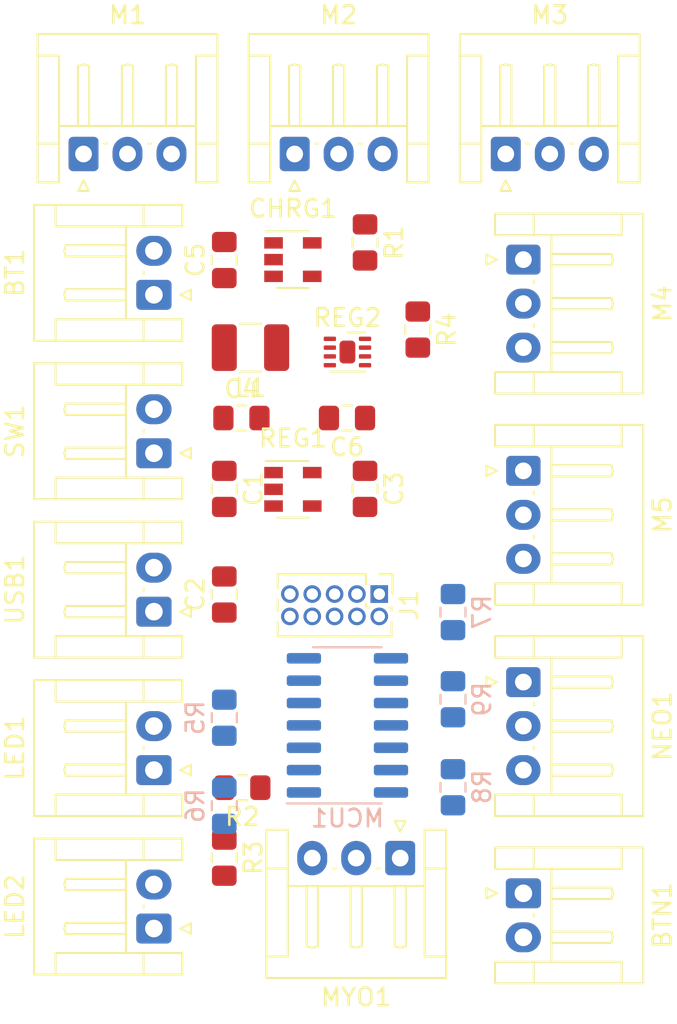
<source format=kicad_pcb>
(kicad_pcb (version 20171130) (host pcbnew "(5.1.4)-1")

  (general
    (thickness 1.6)
    (drawings 0)
    (tracks 0)
    (zones 0)
    (modules 34)
    (nets 28)
  )

  (page A4)
  (layers
    (0 F.Cu signal)
    (31 B.Cu signal)
    (32 B.Adhes user)
    (33 F.Adhes user)
    (34 B.Paste user)
    (35 F.Paste user)
    (36 B.SilkS user)
    (37 F.SilkS user)
    (38 B.Mask user)
    (39 F.Mask user)
    (40 Dwgs.User user)
    (41 Cmts.User user)
    (42 Eco1.User user)
    (43 Eco2.User user)
    (44 Edge.Cuts user)
    (45 Margin user)
    (46 B.CrtYd user)
    (47 F.CrtYd user)
    (48 B.Fab user)
    (49 F.Fab user)
  )

  (setup
    (last_trace_width 0.25)
    (trace_clearance 0.2)
    (zone_clearance 0.508)
    (zone_45_only no)
    (trace_min 0.2)
    (via_size 0.8)
    (via_drill 0.4)
    (via_min_size 0.4)
    (via_min_drill 0.3)
    (uvia_size 0.3)
    (uvia_drill 0.1)
    (uvias_allowed no)
    (uvia_min_size 0.2)
    (uvia_min_drill 0.1)
    (edge_width 0.05)
    (segment_width 0.2)
    (pcb_text_width 0.3)
    (pcb_text_size 1.5 1.5)
    (mod_edge_width 0.12)
    (mod_text_size 1 1)
    (mod_text_width 0.15)
    (pad_size 1.7 2)
    (pad_drill 1)
    (pad_to_mask_clearance 0.051)
    (solder_mask_min_width 0.25)
    (aux_axis_origin 0 0)
    (visible_elements 7FFFFFFF)
    (pcbplotparams
      (layerselection 0x010fc_ffffffff)
      (usegerberextensions false)
      (usegerberattributes false)
      (usegerberadvancedattributes false)
      (creategerberjobfile false)
      (excludeedgelayer true)
      (linewidth 0.100000)
      (plotframeref false)
      (viasonmask false)
      (mode 1)
      (useauxorigin false)
      (hpglpennumber 1)
      (hpglpenspeed 20)
      (hpglpendiameter 15.000000)
      (psnegative false)
      (psa4output false)
      (plotreference true)
      (plotvalue true)
      (plotinvisibletext false)
      (padsonsilk false)
      (subtractmaskfromsilk false)
      (outputformat 1)
      (mirror false)
      (drillshape 1)
      (scaleselection 1)
      (outputdirectory ""))
  )

  (net 0 "")
  (net 1 GND)
  (net 2 "Net-(BT1-Pad1)")
  (net 3 BTN)
  (net 4 +BATT)
  (net 5 "Net-(C2-Pad1)")
  (net 6 +3V3)
  (net 7 +5V)
  (net 8 "Net-(CHRG1-Pad5)")
  (net 9 "Net-(CHRG1-Pad2)")
  (net 10 "Net-(CHRG1-Pad1)")
  (net 11 "Net-(J1-Pad2)")
  (net 12 "Net-(J1-Pad4)")
  (net 13 "Net-(J1-Pad10)")
  (net 14 "Net-(L1-Pad1)")
  (net 15 "Net-(LED1-Pad1)")
  (net 16 "Net-(LED2-Pad2)")
  (net 17 INDEX)
  (net 18 MIDDLE)
  (net 19 RING)
  (net 20 PINKY)
  (net 21 THUMB)
  (net 22 NORMVBAT)
  (net 23 NEO)
  (net 24 NORMMYOSIG)
  (net 25 MYOSIG)
  (net 26 "Net-(R4-Pad2)")
  (net 27 "Net-(NEO1-Pad4)")

  (net_class Default "This is the default net class."
    (clearance 0.2)
    (trace_width 0.25)
    (via_dia 0.8)
    (via_drill 0.4)
    (uvia_dia 0.3)
    (uvia_drill 0.1)
    (add_net +3V3)
    (add_net +5V)
    (add_net +BATT)
    (add_net BTN)
    (add_net GND)
    (add_net INDEX)
    (add_net MIDDLE)
    (add_net MYOSIG)
    (add_net NEO)
    (add_net NORMMYOSIG)
    (add_net NORMVBAT)
    (add_net "Net-(BT1-Pad1)")
    (add_net "Net-(C2-Pad1)")
    (add_net "Net-(CHRG1-Pad1)")
    (add_net "Net-(CHRG1-Pad2)")
    (add_net "Net-(CHRG1-Pad5)")
    (add_net "Net-(J1-Pad10)")
    (add_net "Net-(J1-Pad2)")
    (add_net "Net-(J1-Pad4)")
    (add_net "Net-(L1-Pad1)")
    (add_net "Net-(LED1-Pad1)")
    (add_net "Net-(LED2-Pad2)")
    (add_net "Net-(NEO1-Pad4)")
    (add_net "Net-(R4-Pad2)")
    (add_net PINKY)
    (add_net RING)
    (add_net THUMB)
  )

  (module Connector_JST:JST_EH_S2B-EH_1x02_P2.50mm_Horizontal (layer F.Cu) (tedit 5C281425) (tstamp 5E235A14)
    (at 122 34 90)
    (descr "JST EH series connector, S2B-EH (http://www.jst-mfg.com/product/pdf/eng/eEH.pdf), generated with kicad-footprint-generator")
    (tags "connector JST EH horizontal")
    (path /5E26E216)
    (fp_text reference BT1 (at 1.25 -7.9 90) (layer F.SilkS)
      (effects (font (size 1 1) (thickness 0.15)))
    )
    (fp_text value Battery_Cell (at 1.25 2.7 90) (layer F.Fab)
      (effects (font (size 1 1) (thickness 0.15)))
    )
    (fp_text user %R (at 1.25 -2.6 90) (layer F.Fab)
      (effects (font (size 1 1) (thickness 0.15)))
    )
    (fp_line (start 0 -1.407107) (end 0.5 -0.7) (layer F.Fab) (width 0.1))
    (fp_line (start -0.5 -0.7) (end 0 -1.407107) (layer F.Fab) (width 0.1))
    (fp_line (start 0.3 2.1) (end 0 1.5) (layer F.SilkS) (width 0.12))
    (fp_line (start -0.3 2.1) (end 0.3 2.1) (layer F.SilkS) (width 0.12))
    (fp_line (start 0 1.5) (end -0.3 2.1) (layer F.SilkS) (width 0.12))
    (fp_line (start 2.82 -1.59) (end 2.5 -1.59) (layer F.SilkS) (width 0.12))
    (fp_line (start 2.82 -5.01) (end 2.82 -1.59) (layer F.SilkS) (width 0.12))
    (fp_line (start 2.5 -5.09) (end 2.82 -5.01) (layer F.SilkS) (width 0.12))
    (fp_line (start 2.18 -5.01) (end 2.5 -5.09) (layer F.SilkS) (width 0.12))
    (fp_line (start 2.18 -1.59) (end 2.18 -5.01) (layer F.SilkS) (width 0.12))
    (fp_line (start 2.5 -1.59) (end 2.18 -1.59) (layer F.SilkS) (width 0.12))
    (fp_line (start 1.17 -0.59) (end 1.33 -0.59) (layer F.SilkS) (width 0.12))
    (fp_line (start 0.32 -1.59) (end 0 -1.59) (layer F.SilkS) (width 0.12))
    (fp_line (start 0.32 -5.01) (end 0.32 -1.59) (layer F.SilkS) (width 0.12))
    (fp_line (start 0 -5.09) (end 0.32 -5.01) (layer F.SilkS) (width 0.12))
    (fp_line (start -0.32 -5.01) (end 0 -5.09) (layer F.SilkS) (width 0.12))
    (fp_line (start -0.32 -1.59) (end -0.32 -5.01) (layer F.SilkS) (width 0.12))
    (fp_line (start 0 -1.59) (end -0.32 -1.59) (layer F.SilkS) (width 0.12))
    (fp_line (start -1.39 -1.59) (end 3.89 -1.59) (layer F.SilkS) (width 0.12))
    (fp_line (start 3.89 -0.59) (end 5.11 -0.59) (layer F.SilkS) (width 0.12))
    (fp_line (start 3.89 -5.59) (end 3.89 -0.59) (layer F.SilkS) (width 0.12))
    (fp_line (start 5.11 -5.59) (end 3.89 -5.59) (layer F.SilkS) (width 0.12))
    (fp_line (start -1.39 -0.59) (end -2.61 -0.59) (layer F.SilkS) (width 0.12))
    (fp_line (start -1.39 -5.59) (end -1.39 -0.59) (layer F.SilkS) (width 0.12))
    (fp_line (start -2.61 -5.59) (end -1.39 -5.59) (layer F.SilkS) (width 0.12))
    (fp_line (start 3.89 1.61) (end 3.89 -0.59) (layer F.SilkS) (width 0.12))
    (fp_line (start 5.11 1.61) (end 3.89 1.61) (layer F.SilkS) (width 0.12))
    (fp_line (start 5.11 -6.81) (end 5.11 1.61) (layer F.SilkS) (width 0.12))
    (fp_line (start -2.61 -6.81) (end 5.11 -6.81) (layer F.SilkS) (width 0.12))
    (fp_line (start -2.61 1.61) (end -2.61 -6.81) (layer F.SilkS) (width 0.12))
    (fp_line (start -1.39 1.61) (end -2.61 1.61) (layer F.SilkS) (width 0.12))
    (fp_line (start -1.39 -0.59) (end -1.39 1.61) (layer F.SilkS) (width 0.12))
    (fp_line (start 5.5 -7.2) (end -3 -7.2) (layer F.CrtYd) (width 0.05))
    (fp_line (start 5.5 2) (end 5.5 -7.2) (layer F.CrtYd) (width 0.05))
    (fp_line (start -3 2) (end 5.5 2) (layer F.CrtYd) (width 0.05))
    (fp_line (start -3 -7.2) (end -3 2) (layer F.CrtYd) (width 0.05))
    (fp_line (start 4 -0.7) (end -1.5 -0.7) (layer F.Fab) (width 0.1))
    (fp_line (start 4 1.5) (end 4 -0.7) (layer F.Fab) (width 0.1))
    (fp_line (start 5 1.5) (end 4 1.5) (layer F.Fab) (width 0.1))
    (fp_line (start 5 -6.7) (end 5 1.5) (layer F.Fab) (width 0.1))
    (fp_line (start -2.5 -6.7) (end 5 -6.7) (layer F.Fab) (width 0.1))
    (fp_line (start -2.5 1.5) (end -2.5 -6.7) (layer F.Fab) (width 0.1))
    (fp_line (start -1.5 1.5) (end -2.5 1.5) (layer F.Fab) (width 0.1))
    (fp_line (start -1.5 -0.7) (end -1.5 1.5) (layer F.Fab) (width 0.1))
    (pad 2 thru_hole oval (at 2.5 0 90) (size 1.7 2) (drill 1) (layers *.Cu *.Mask)
      (net 1 GND))
    (pad 1 thru_hole roundrect (at 0 0 90) (size 1.7 2) (drill 1) (layers *.Cu *.Mask) (roundrect_rratio 0.147059)
      (net 2 "Net-(BT1-Pad1)"))
    (model ${KISYS3DMOD}/Connector_JST.3dshapes/JST_EH_S2B-EH_1x02_P2.50mm_Horizontal.wrl
      (at (xyz 0 0 0))
      (scale (xyz 1 1 1))
      (rotate (xyz 0 0 0))
    )
  )

  (module Connector_JST:JST_EH_S2B-EH_1x02_P2.50mm_Horizontal (layer F.Cu) (tedit 5C281425) (tstamp 5E235A47)
    (at 143 68 270)
    (descr "JST EH series connector, S2B-EH (http://www.jst-mfg.com/product/pdf/eng/eEH.pdf), generated with kicad-footprint-generator")
    (tags "connector JST EH horizontal")
    (path /5E20D0B6)
    (fp_text reference BTN1 (at 1.25 -7.9 90) (layer F.SilkS)
      (effects (font (size 1 1) (thickness 0.15)))
    )
    (fp_text value Side_Button (at 1.25 2.7 90) (layer F.Fab)
      (effects (font (size 1 1) (thickness 0.15)))
    )
    (fp_line (start -1.5 -0.7) (end -1.5 1.5) (layer F.Fab) (width 0.1))
    (fp_line (start -1.5 1.5) (end -2.5 1.5) (layer F.Fab) (width 0.1))
    (fp_line (start -2.5 1.5) (end -2.5 -6.7) (layer F.Fab) (width 0.1))
    (fp_line (start -2.5 -6.7) (end 5 -6.7) (layer F.Fab) (width 0.1))
    (fp_line (start 5 -6.7) (end 5 1.5) (layer F.Fab) (width 0.1))
    (fp_line (start 5 1.5) (end 4 1.5) (layer F.Fab) (width 0.1))
    (fp_line (start 4 1.5) (end 4 -0.7) (layer F.Fab) (width 0.1))
    (fp_line (start 4 -0.7) (end -1.5 -0.7) (layer F.Fab) (width 0.1))
    (fp_line (start -3 -7.2) (end -3 2) (layer F.CrtYd) (width 0.05))
    (fp_line (start -3 2) (end 5.5 2) (layer F.CrtYd) (width 0.05))
    (fp_line (start 5.5 2) (end 5.5 -7.2) (layer F.CrtYd) (width 0.05))
    (fp_line (start 5.5 -7.2) (end -3 -7.2) (layer F.CrtYd) (width 0.05))
    (fp_line (start -1.39 -0.59) (end -1.39 1.61) (layer F.SilkS) (width 0.12))
    (fp_line (start -1.39 1.61) (end -2.61 1.61) (layer F.SilkS) (width 0.12))
    (fp_line (start -2.61 1.61) (end -2.61 -6.81) (layer F.SilkS) (width 0.12))
    (fp_line (start -2.61 -6.81) (end 5.11 -6.81) (layer F.SilkS) (width 0.12))
    (fp_line (start 5.11 -6.81) (end 5.11 1.61) (layer F.SilkS) (width 0.12))
    (fp_line (start 5.11 1.61) (end 3.89 1.61) (layer F.SilkS) (width 0.12))
    (fp_line (start 3.89 1.61) (end 3.89 -0.59) (layer F.SilkS) (width 0.12))
    (fp_line (start -2.61 -5.59) (end -1.39 -5.59) (layer F.SilkS) (width 0.12))
    (fp_line (start -1.39 -5.59) (end -1.39 -0.59) (layer F.SilkS) (width 0.12))
    (fp_line (start -1.39 -0.59) (end -2.61 -0.59) (layer F.SilkS) (width 0.12))
    (fp_line (start 5.11 -5.59) (end 3.89 -5.59) (layer F.SilkS) (width 0.12))
    (fp_line (start 3.89 -5.59) (end 3.89 -0.59) (layer F.SilkS) (width 0.12))
    (fp_line (start 3.89 -0.59) (end 5.11 -0.59) (layer F.SilkS) (width 0.12))
    (fp_line (start -1.39 -1.59) (end 3.89 -1.59) (layer F.SilkS) (width 0.12))
    (fp_line (start 0 -1.59) (end -0.32 -1.59) (layer F.SilkS) (width 0.12))
    (fp_line (start -0.32 -1.59) (end -0.32 -5.01) (layer F.SilkS) (width 0.12))
    (fp_line (start -0.32 -5.01) (end 0 -5.09) (layer F.SilkS) (width 0.12))
    (fp_line (start 0 -5.09) (end 0.32 -5.01) (layer F.SilkS) (width 0.12))
    (fp_line (start 0.32 -5.01) (end 0.32 -1.59) (layer F.SilkS) (width 0.12))
    (fp_line (start 0.32 -1.59) (end 0 -1.59) (layer F.SilkS) (width 0.12))
    (fp_line (start 1.17 -0.59) (end 1.33 -0.59) (layer F.SilkS) (width 0.12))
    (fp_line (start 2.5 -1.59) (end 2.18 -1.59) (layer F.SilkS) (width 0.12))
    (fp_line (start 2.18 -1.59) (end 2.18 -5.01) (layer F.SilkS) (width 0.12))
    (fp_line (start 2.18 -5.01) (end 2.5 -5.09) (layer F.SilkS) (width 0.12))
    (fp_line (start 2.5 -5.09) (end 2.82 -5.01) (layer F.SilkS) (width 0.12))
    (fp_line (start 2.82 -5.01) (end 2.82 -1.59) (layer F.SilkS) (width 0.12))
    (fp_line (start 2.82 -1.59) (end 2.5 -1.59) (layer F.SilkS) (width 0.12))
    (fp_line (start 0 1.5) (end -0.3 2.1) (layer F.SilkS) (width 0.12))
    (fp_line (start -0.3 2.1) (end 0.3 2.1) (layer F.SilkS) (width 0.12))
    (fp_line (start 0.3 2.1) (end 0 1.5) (layer F.SilkS) (width 0.12))
    (fp_line (start -0.5 -0.7) (end 0 -1.407107) (layer F.Fab) (width 0.1))
    (fp_line (start 0 -1.407107) (end 0.5 -0.7) (layer F.Fab) (width 0.1))
    (fp_text user %R (at 1.25 -2.6 90) (layer F.Fab)
      (effects (font (size 1 1) (thickness 0.15)))
    )
    (pad 1 thru_hole roundrect (at 0 0 270) (size 1.7 2) (drill 1) (layers *.Cu *.Mask) (roundrect_rratio 0.147059)
      (net 3 BTN))
    (pad 2 thru_hole oval (at 2.5 0 270) (size 1.7 2) (drill 1) (layers *.Cu *.Mask)
      (net 1 GND))
    (model ${KISYS3DMOD}/Connector_JST.3dshapes/JST_EH_S2B-EH_1x02_P2.50mm_Horizontal.wrl
      (at (xyz 0 0 0))
      (scale (xyz 1 1 1))
      (rotate (xyz 0 0 0))
    )
  )

  (module Capacitor_SMD:C_0805_2012Metric_Pad1.15x1.40mm_HandSolder (layer F.Cu) (tedit 5B36C52B) (tstamp 5E235A58)
    (at 126 45.025 270)
    (descr "Capacitor SMD 0805 (2012 Metric), square (rectangular) end terminal, IPC_7351 nominal with elongated pad for handsoldering. (Body size source: https://docs.google.com/spreadsheets/d/1BsfQQcO9C6DZCsRaXUlFlo91Tg2WpOkGARC1WS5S8t0/edit?usp=sharing), generated with kicad-footprint-generator")
    (tags "capacitor handsolder")
    (path /5E21CD0A)
    (attr smd)
    (fp_text reference C1 (at 0 -1.65 90) (layer F.SilkS)
      (effects (font (size 1 1) (thickness 0.15)))
    )
    (fp_text value 1uF (at 0 1.65 90) (layer F.Fab)
      (effects (font (size 1 1) (thickness 0.15)))
    )
    (fp_text user %R (at 0 0 90) (layer F.Fab)
      (effects (font (size 0.5 0.5) (thickness 0.08)))
    )
    (fp_line (start 1.85 0.95) (end -1.85 0.95) (layer F.CrtYd) (width 0.05))
    (fp_line (start 1.85 -0.95) (end 1.85 0.95) (layer F.CrtYd) (width 0.05))
    (fp_line (start -1.85 -0.95) (end 1.85 -0.95) (layer F.CrtYd) (width 0.05))
    (fp_line (start -1.85 0.95) (end -1.85 -0.95) (layer F.CrtYd) (width 0.05))
    (fp_line (start -0.261252 0.71) (end 0.261252 0.71) (layer F.SilkS) (width 0.12))
    (fp_line (start -0.261252 -0.71) (end 0.261252 -0.71) (layer F.SilkS) (width 0.12))
    (fp_line (start 1 0.6) (end -1 0.6) (layer F.Fab) (width 0.1))
    (fp_line (start 1 -0.6) (end 1 0.6) (layer F.Fab) (width 0.1))
    (fp_line (start -1 -0.6) (end 1 -0.6) (layer F.Fab) (width 0.1))
    (fp_line (start -1 0.6) (end -1 -0.6) (layer F.Fab) (width 0.1))
    (pad 2 smd roundrect (at 1.025 0 270) (size 1.15 1.4) (layers F.Cu F.Paste F.Mask) (roundrect_rratio 0.217391)
      (net 1 GND))
    (pad 1 smd roundrect (at -1.025 0 270) (size 1.15 1.4) (layers F.Cu F.Paste F.Mask) (roundrect_rratio 0.217391)
      (net 4 +BATT))
    (model ${KISYS3DMOD}/Capacitor_SMD.3dshapes/C_0805_2012Metric.wrl
      (at (xyz 0 0 0))
      (scale (xyz 1 1 1))
      (rotate (xyz 0 0 0))
    )
  )

  (module Capacitor_SMD:C_0805_2012Metric_Pad1.15x1.40mm_HandSolder (layer F.Cu) (tedit 5B36C52B) (tstamp 5E235A69)
    (at 126 51.025 90)
    (descr "Capacitor SMD 0805 (2012 Metric), square (rectangular) end terminal, IPC_7351 nominal with elongated pad for handsoldering. (Body size source: https://docs.google.com/spreadsheets/d/1BsfQQcO9C6DZCsRaXUlFlo91Tg2WpOkGARC1WS5S8t0/edit?usp=sharing), generated with kicad-footprint-generator")
    (tags "capacitor handsolder")
    (path /5E25D42D)
    (attr smd)
    (fp_text reference C2 (at 0 -1.65 90) (layer F.SilkS)
      (effects (font (size 1 1) (thickness 0.15)))
    )
    (fp_text value 4.7uF (at 0 1.65 90) (layer F.Fab)
      (effects (font (size 1 1) (thickness 0.15)))
    )
    (fp_text user %R (at 0 0 90) (layer F.Fab)
      (effects (font (size 0.5 0.5) (thickness 0.08)))
    )
    (fp_line (start 1.85 0.95) (end -1.85 0.95) (layer F.CrtYd) (width 0.05))
    (fp_line (start 1.85 -0.95) (end 1.85 0.95) (layer F.CrtYd) (width 0.05))
    (fp_line (start -1.85 -0.95) (end 1.85 -0.95) (layer F.CrtYd) (width 0.05))
    (fp_line (start -1.85 0.95) (end -1.85 -0.95) (layer F.CrtYd) (width 0.05))
    (fp_line (start -0.261252 0.71) (end 0.261252 0.71) (layer F.SilkS) (width 0.12))
    (fp_line (start -0.261252 -0.71) (end 0.261252 -0.71) (layer F.SilkS) (width 0.12))
    (fp_line (start 1 0.6) (end -1 0.6) (layer F.Fab) (width 0.1))
    (fp_line (start 1 -0.6) (end 1 0.6) (layer F.Fab) (width 0.1))
    (fp_line (start -1 -0.6) (end 1 -0.6) (layer F.Fab) (width 0.1))
    (fp_line (start -1 0.6) (end -1 -0.6) (layer F.Fab) (width 0.1))
    (pad 2 smd roundrect (at 1.025 0 90) (size 1.15 1.4) (layers F.Cu F.Paste F.Mask) (roundrect_rratio 0.217391)
      (net 1 GND))
    (pad 1 smd roundrect (at -1.025 0 90) (size 1.15 1.4) (layers F.Cu F.Paste F.Mask) (roundrect_rratio 0.217391)
      (net 5 "Net-(C2-Pad1)"))
    (model ${KISYS3DMOD}/Capacitor_SMD.3dshapes/C_0805_2012Metric.wrl
      (at (xyz 0 0 0))
      (scale (xyz 1 1 1))
      (rotate (xyz 0 0 0))
    )
  )

  (module Capacitor_SMD:C_0805_2012Metric_Pad1.15x1.40mm_HandSolder (layer F.Cu) (tedit 5B36C52B) (tstamp 5E235A7A)
    (at 134 45.025 270)
    (descr "Capacitor SMD 0805 (2012 Metric), square (rectangular) end terminal, IPC_7351 nominal with elongated pad for handsoldering. (Body size source: https://docs.google.com/spreadsheets/d/1BsfQQcO9C6DZCsRaXUlFlo91Tg2WpOkGARC1WS5S8t0/edit?usp=sharing), generated with kicad-footprint-generator")
    (tags "capacitor handsolder")
    (path /5E21B87C)
    (attr smd)
    (fp_text reference C3 (at 0 -1.65 90) (layer F.SilkS)
      (effects (font (size 1 1) (thickness 0.15)))
    )
    (fp_text value 1uF (at 0 1.65 90) (layer F.Fab)
      (effects (font (size 1 1) (thickness 0.15)))
    )
    (fp_line (start -1 0.6) (end -1 -0.6) (layer F.Fab) (width 0.1))
    (fp_line (start -1 -0.6) (end 1 -0.6) (layer F.Fab) (width 0.1))
    (fp_line (start 1 -0.6) (end 1 0.6) (layer F.Fab) (width 0.1))
    (fp_line (start 1 0.6) (end -1 0.6) (layer F.Fab) (width 0.1))
    (fp_line (start -0.261252 -0.71) (end 0.261252 -0.71) (layer F.SilkS) (width 0.12))
    (fp_line (start -0.261252 0.71) (end 0.261252 0.71) (layer F.SilkS) (width 0.12))
    (fp_line (start -1.85 0.95) (end -1.85 -0.95) (layer F.CrtYd) (width 0.05))
    (fp_line (start -1.85 -0.95) (end 1.85 -0.95) (layer F.CrtYd) (width 0.05))
    (fp_line (start 1.85 -0.95) (end 1.85 0.95) (layer F.CrtYd) (width 0.05))
    (fp_line (start 1.85 0.95) (end -1.85 0.95) (layer F.CrtYd) (width 0.05))
    (fp_text user %R (at 0 0 90) (layer F.Fab)
      (effects (font (size 0.5 0.5) (thickness 0.08)))
    )
    (pad 1 smd roundrect (at -1.025 0 270) (size 1.15 1.4) (layers F.Cu F.Paste F.Mask) (roundrect_rratio 0.217391)
      (net 6 +3V3))
    (pad 2 smd roundrect (at 1.025 0 270) (size 1.15 1.4) (layers F.Cu F.Paste F.Mask) (roundrect_rratio 0.217391)
      (net 1 GND))
    (model ${KISYS3DMOD}/Capacitor_SMD.3dshapes/C_0805_2012Metric.wrl
      (at (xyz 0 0 0))
      (scale (xyz 1 1 1))
      (rotate (xyz 0 0 0))
    )
  )

  (module Capacitor_SMD:C_0805_2012Metric_Pad1.15x1.40mm_HandSolder (layer F.Cu) (tedit 5B36C52B) (tstamp 5E235A8B)
    (at 126.975 41)
    (descr "Capacitor SMD 0805 (2012 Metric), square (rectangular) end terminal, IPC_7351 nominal with elongated pad for handsoldering. (Body size source: https://docs.google.com/spreadsheets/d/1BsfQQcO9C6DZCsRaXUlFlo91Tg2WpOkGARC1WS5S8t0/edit?usp=sharing), generated with kicad-footprint-generator")
    (tags "capacitor handsolder")
    (path /5E2A94BE)
    (attr smd)
    (fp_text reference C4 (at 0 -1.65) (layer F.SilkS)
      (effects (font (size 1 1) (thickness 0.15)))
    )
    (fp_text value "4.7uF 10V" (at 0 1.65) (layer F.Fab)
      (effects (font (size 1 1) (thickness 0.15)))
    )
    (fp_text user %R (at 0 0) (layer F.Fab)
      (effects (font (size 0.5 0.5) (thickness 0.08)))
    )
    (fp_line (start 1.85 0.95) (end -1.85 0.95) (layer F.CrtYd) (width 0.05))
    (fp_line (start 1.85 -0.95) (end 1.85 0.95) (layer F.CrtYd) (width 0.05))
    (fp_line (start -1.85 -0.95) (end 1.85 -0.95) (layer F.CrtYd) (width 0.05))
    (fp_line (start -1.85 0.95) (end -1.85 -0.95) (layer F.CrtYd) (width 0.05))
    (fp_line (start -0.261252 0.71) (end 0.261252 0.71) (layer F.SilkS) (width 0.12))
    (fp_line (start -0.261252 -0.71) (end 0.261252 -0.71) (layer F.SilkS) (width 0.12))
    (fp_line (start 1 0.6) (end -1 0.6) (layer F.Fab) (width 0.1))
    (fp_line (start 1 -0.6) (end 1 0.6) (layer F.Fab) (width 0.1))
    (fp_line (start -1 -0.6) (end 1 -0.6) (layer F.Fab) (width 0.1))
    (fp_line (start -1 0.6) (end -1 -0.6) (layer F.Fab) (width 0.1))
    (pad 2 smd roundrect (at 1.025 0) (size 1.15 1.4) (layers F.Cu F.Paste F.Mask) (roundrect_rratio 0.217391)
      (net 1 GND))
    (pad 1 smd roundrect (at -1.025 0) (size 1.15 1.4) (layers F.Cu F.Paste F.Mask) (roundrect_rratio 0.217391)
      (net 4 +BATT))
    (model ${KISYS3DMOD}/Capacitor_SMD.3dshapes/C_0805_2012Metric.wrl
      (at (xyz 0 0 0))
      (scale (xyz 1 1 1))
      (rotate (xyz 0 0 0))
    )
  )

  (module Capacitor_SMD:C_0805_2012Metric_Pad1.15x1.40mm_HandSolder (layer F.Cu) (tedit 5B36C52B) (tstamp 5E235A9C)
    (at 126 32.025 90)
    (descr "Capacitor SMD 0805 (2012 Metric), square (rectangular) end terminal, IPC_7351 nominal with elongated pad for handsoldering. (Body size source: https://docs.google.com/spreadsheets/d/1BsfQQcO9C6DZCsRaXUlFlo91Tg2WpOkGARC1WS5S8t0/edit?usp=sharing), generated with kicad-footprint-generator")
    (tags "capacitor handsolder")
    (path /5E246CA7)
    (attr smd)
    (fp_text reference C5 (at 0 -1.65 90) (layer F.SilkS)
      (effects (font (size 1 1) (thickness 0.15)))
    )
    (fp_text value 4.7uF (at 0 1.65 90) (layer F.Fab)
      (effects (font (size 1 1) (thickness 0.15)))
    )
    (fp_line (start -1 0.6) (end -1 -0.6) (layer F.Fab) (width 0.1))
    (fp_line (start -1 -0.6) (end 1 -0.6) (layer F.Fab) (width 0.1))
    (fp_line (start 1 -0.6) (end 1 0.6) (layer F.Fab) (width 0.1))
    (fp_line (start 1 0.6) (end -1 0.6) (layer F.Fab) (width 0.1))
    (fp_line (start -0.261252 -0.71) (end 0.261252 -0.71) (layer F.SilkS) (width 0.12))
    (fp_line (start -0.261252 0.71) (end 0.261252 0.71) (layer F.SilkS) (width 0.12))
    (fp_line (start -1.85 0.95) (end -1.85 -0.95) (layer F.CrtYd) (width 0.05))
    (fp_line (start -1.85 -0.95) (end 1.85 -0.95) (layer F.CrtYd) (width 0.05))
    (fp_line (start 1.85 -0.95) (end 1.85 0.95) (layer F.CrtYd) (width 0.05))
    (fp_line (start 1.85 0.95) (end -1.85 0.95) (layer F.CrtYd) (width 0.05))
    (fp_text user %R (at 0 0 90) (layer F.Fab)
      (effects (font (size 0.5 0.5) (thickness 0.08)))
    )
    (pad 1 smd roundrect (at -1.025 0 90) (size 1.15 1.4) (layers F.Cu F.Paste F.Mask) (roundrect_rratio 0.217391)
      (net 2 "Net-(BT1-Pad1)"))
    (pad 2 smd roundrect (at 1.025 0 90) (size 1.15 1.4) (layers F.Cu F.Paste F.Mask) (roundrect_rratio 0.217391)
      (net 1 GND))
    (model ${KISYS3DMOD}/Capacitor_SMD.3dshapes/C_0805_2012Metric.wrl
      (at (xyz 0 0 0))
      (scale (xyz 1 1 1))
      (rotate (xyz 0 0 0))
    )
  )

  (module Capacitor_SMD:C_0805_2012Metric_Pad1.15x1.40mm_HandSolder (layer F.Cu) (tedit 5B36C52B) (tstamp 5E235AAD)
    (at 132.975 41 180)
    (descr "Capacitor SMD 0805 (2012 Metric), square (rectangular) end terminal, IPC_7351 nominal with elongated pad for handsoldering. (Body size source: https://docs.google.com/spreadsheets/d/1BsfQQcO9C6DZCsRaXUlFlo91Tg2WpOkGARC1WS5S8t0/edit?usp=sharing), generated with kicad-footprint-generator")
    (tags "capacitor handsolder")
    (path /5E2AB8A1)
    (attr smd)
    (fp_text reference C6 (at 0 -1.65) (layer F.SilkS)
      (effects (font (size 1 1) (thickness 0.15)))
    )
    (fp_text value "22uF 10V" (at 0 1.65) (layer F.Fab)
      (effects (font (size 1 1) (thickness 0.15)))
    )
    (fp_line (start -1 0.6) (end -1 -0.6) (layer F.Fab) (width 0.1))
    (fp_line (start -1 -0.6) (end 1 -0.6) (layer F.Fab) (width 0.1))
    (fp_line (start 1 -0.6) (end 1 0.6) (layer F.Fab) (width 0.1))
    (fp_line (start 1 0.6) (end -1 0.6) (layer F.Fab) (width 0.1))
    (fp_line (start -0.261252 -0.71) (end 0.261252 -0.71) (layer F.SilkS) (width 0.12))
    (fp_line (start -0.261252 0.71) (end 0.261252 0.71) (layer F.SilkS) (width 0.12))
    (fp_line (start -1.85 0.95) (end -1.85 -0.95) (layer F.CrtYd) (width 0.05))
    (fp_line (start -1.85 -0.95) (end 1.85 -0.95) (layer F.CrtYd) (width 0.05))
    (fp_line (start 1.85 -0.95) (end 1.85 0.95) (layer F.CrtYd) (width 0.05))
    (fp_line (start 1.85 0.95) (end -1.85 0.95) (layer F.CrtYd) (width 0.05))
    (fp_text user %R (at 0 0) (layer F.Fab)
      (effects (font (size 0.5 0.5) (thickness 0.08)))
    )
    (pad 1 smd roundrect (at -1.025 0 180) (size 1.15 1.4) (layers F.Cu F.Paste F.Mask) (roundrect_rratio 0.217391)
      (net 7 +5V))
    (pad 2 smd roundrect (at 1.025 0 180) (size 1.15 1.4) (layers F.Cu F.Paste F.Mask) (roundrect_rratio 0.217391)
      (net 1 GND))
    (model ${KISYS3DMOD}/Capacitor_SMD.3dshapes/C_0805_2012Metric.wrl
      (at (xyz 0 0 0))
      (scale (xyz 1 1 1))
      (rotate (xyz 0 0 0))
    )
  )

  (module Package_TO_SOT_SMD:SOT-23-5 (layer F.Cu) (tedit 5A02FF57) (tstamp 5E235AC2)
    (at 129.9 32)
    (descr "5-pin SOT23 package")
    (tags SOT-23-5)
    (path /5E26D126)
    (attr smd)
    (fp_text reference CHRG1 (at 0 -2.9) (layer F.SilkS)
      (effects (font (size 1 1) (thickness 0.15)))
    )
    (fp_text value MCP73831-2-OT (at 0 2.9) (layer F.Fab)
      (effects (font (size 1 1) (thickness 0.15)))
    )
    (fp_line (start 0.9 -1.55) (end 0.9 1.55) (layer F.Fab) (width 0.1))
    (fp_line (start 0.9 1.55) (end -0.9 1.55) (layer F.Fab) (width 0.1))
    (fp_line (start -0.9 -0.9) (end -0.9 1.55) (layer F.Fab) (width 0.1))
    (fp_line (start 0.9 -1.55) (end -0.25 -1.55) (layer F.Fab) (width 0.1))
    (fp_line (start -0.9 -0.9) (end -0.25 -1.55) (layer F.Fab) (width 0.1))
    (fp_line (start -1.9 1.8) (end -1.9 -1.8) (layer F.CrtYd) (width 0.05))
    (fp_line (start 1.9 1.8) (end -1.9 1.8) (layer F.CrtYd) (width 0.05))
    (fp_line (start 1.9 -1.8) (end 1.9 1.8) (layer F.CrtYd) (width 0.05))
    (fp_line (start -1.9 -1.8) (end 1.9 -1.8) (layer F.CrtYd) (width 0.05))
    (fp_line (start 0.9 -1.61) (end -1.55 -1.61) (layer F.SilkS) (width 0.12))
    (fp_line (start -0.9 1.61) (end 0.9 1.61) (layer F.SilkS) (width 0.12))
    (fp_text user %R (at 0 0 90) (layer F.Fab)
      (effects (font (size 0.5 0.5) (thickness 0.075)))
    )
    (pad 5 smd rect (at 1.1 -0.95) (size 1.06 0.65) (layers F.Cu F.Paste F.Mask)
      (net 8 "Net-(CHRG1-Pad5)"))
    (pad 4 smd rect (at 1.1 0.95) (size 1.06 0.65) (layers F.Cu F.Paste F.Mask)
      (net 5 "Net-(C2-Pad1)"))
    (pad 3 smd rect (at -1.1 0.95) (size 1.06 0.65) (layers F.Cu F.Paste F.Mask)
      (net 2 "Net-(BT1-Pad1)"))
    (pad 2 smd rect (at -1.1 0) (size 1.06 0.65) (layers F.Cu F.Paste F.Mask)
      (net 9 "Net-(CHRG1-Pad2)"))
    (pad 1 smd rect (at -1.1 -0.95) (size 1.06 0.65) (layers F.Cu F.Paste F.Mask)
      (net 10 "Net-(CHRG1-Pad1)"))
    (model ${KISYS3DMOD}/Package_TO_SOT_SMD.3dshapes/SOT-23-5.wrl
      (at (xyz 0 0 0))
      (scale (xyz 1 1 1))
      (rotate (xyz 0 0 0))
    )
  )

  (module Connector_PinHeader_1.27mm:PinHeader_2x05_P1.27mm_Vertical (layer F.Cu) (tedit 59FED6E3) (tstamp 5E235AE7)
    (at 134.81 51 270)
    (descr "Through hole straight pin header, 2x05, 1.27mm pitch, double rows")
    (tags "Through hole pin header THT 2x05 1.27mm double row")
    (path /5E20EA6D)
    (fp_text reference J1 (at 0.635 -1.695 90) (layer F.SilkS)
      (effects (font (size 1 1) (thickness 0.15)))
    )
    (fp_text value Conn_ARM_JTAG_SWD_10 (at 0.635 6.775 90) (layer F.Fab)
      (effects (font (size 1 1) (thickness 0.15)))
    )
    (fp_line (start -0.2175 -0.635) (end 2.34 -0.635) (layer F.Fab) (width 0.1))
    (fp_line (start 2.34 -0.635) (end 2.34 5.715) (layer F.Fab) (width 0.1))
    (fp_line (start 2.34 5.715) (end -1.07 5.715) (layer F.Fab) (width 0.1))
    (fp_line (start -1.07 5.715) (end -1.07 0.2175) (layer F.Fab) (width 0.1))
    (fp_line (start -1.07 0.2175) (end -0.2175 -0.635) (layer F.Fab) (width 0.1))
    (fp_line (start -1.13 5.775) (end -0.30753 5.775) (layer F.SilkS) (width 0.12))
    (fp_line (start 1.57753 5.775) (end 2.4 5.775) (layer F.SilkS) (width 0.12))
    (fp_line (start 0.30753 5.775) (end 0.96247 5.775) (layer F.SilkS) (width 0.12))
    (fp_line (start -1.13 0.76) (end -1.13 5.775) (layer F.SilkS) (width 0.12))
    (fp_line (start 2.4 -0.695) (end 2.4 5.775) (layer F.SilkS) (width 0.12))
    (fp_line (start -1.13 0.76) (end -0.563471 0.76) (layer F.SilkS) (width 0.12))
    (fp_line (start 0.563471 0.76) (end 0.706529 0.76) (layer F.SilkS) (width 0.12))
    (fp_line (start 0.76 0.706529) (end 0.76 0.563471) (layer F.SilkS) (width 0.12))
    (fp_line (start 0.76 -0.563471) (end 0.76 -0.695) (layer F.SilkS) (width 0.12))
    (fp_line (start 0.76 -0.695) (end 0.96247 -0.695) (layer F.SilkS) (width 0.12))
    (fp_line (start 1.57753 -0.695) (end 2.4 -0.695) (layer F.SilkS) (width 0.12))
    (fp_line (start -1.13 0) (end -1.13 -0.76) (layer F.SilkS) (width 0.12))
    (fp_line (start -1.13 -0.76) (end 0 -0.76) (layer F.SilkS) (width 0.12))
    (fp_line (start -1.6 -1.15) (end -1.6 6.25) (layer F.CrtYd) (width 0.05))
    (fp_line (start -1.6 6.25) (end 2.85 6.25) (layer F.CrtYd) (width 0.05))
    (fp_line (start 2.85 6.25) (end 2.85 -1.15) (layer F.CrtYd) (width 0.05))
    (fp_line (start 2.85 -1.15) (end -1.6 -1.15) (layer F.CrtYd) (width 0.05))
    (fp_text user %R (at 0.635 2.824999) (layer F.Fab)
      (effects (font (size 1 1) (thickness 0.15)))
    )
    (pad 1 thru_hole rect (at 0 0 270) (size 1 1) (drill 0.65) (layers *.Cu *.Mask)
      (net 6 +3V3))
    (pad 2 thru_hole oval (at 1.27 0 270) (size 1 1) (drill 0.65) (layers *.Cu *.Mask)
      (net 11 "Net-(J1-Pad2)"))
    (pad 3 thru_hole oval (at 0 1.27 270) (size 1 1) (drill 0.65) (layers *.Cu *.Mask)
      (net 1 GND))
    (pad 4 thru_hole oval (at 1.27 1.27 270) (size 1 1) (drill 0.65) (layers *.Cu *.Mask)
      (net 12 "Net-(J1-Pad4)"))
    (pad 5 thru_hole oval (at 0 2.54 270) (size 1 1) (drill 0.65) (layers *.Cu *.Mask)
      (net 1 GND))
    (pad 6 thru_hole oval (at 1.27 2.54 270) (size 1 1) (drill 0.65) (layers *.Cu *.Mask))
    (pad 7 thru_hole oval (at 0 3.81 270) (size 1 1) (drill 0.65) (layers *.Cu *.Mask))
    (pad 8 thru_hole oval (at 1.27 3.81 270) (size 1 1) (drill 0.65) (layers *.Cu *.Mask))
    (pad 9 thru_hole oval (at 0 5.08 270) (size 1 1) (drill 0.65) (layers *.Cu *.Mask)
      (net 1 GND))
    (pad 10 thru_hole oval (at 1.27 5.08 270) (size 1 1) (drill 0.65) (layers *.Cu *.Mask)
      (net 13 "Net-(J1-Pad10)"))
    (model ${KISYS3DMOD}/Connector_PinHeader_1.27mm.3dshapes/PinHeader_2x05_P1.27mm_Vertical.wrl
      (at (xyz 0 0 0))
      (scale (xyz 1 1 1))
      (rotate (xyz 0 0 0))
    )
  )

  (module Inductor_SMD:L_1210_3225Metric_Pad1.42x2.65mm_HandSolder (layer F.Cu) (tedit 5B301BBE) (tstamp 5E235AF8)
    (at 127.4875 37 180)
    (descr "Capacitor SMD 1210 (3225 Metric), square (rectangular) end terminal, IPC_7351 nominal with elongated pad for handsoldering. (Body size source: http://www.tortai-tech.com/upload/download/2011102023233369053.pdf), generated with kicad-footprint-generator")
    (tags "inductor handsolder")
    (path /5E2A506C)
    (attr smd)
    (fp_text reference L1 (at 0 -2.28) (layer F.SilkS)
      (effects (font (size 1 1) (thickness 0.15)))
    )
    (fp_text value "1uH 3A" (at 0 2.28) (layer F.Fab)
      (effects (font (size 1 1) (thickness 0.15)))
    )
    (fp_line (start -1.6 1.25) (end -1.6 -1.25) (layer F.Fab) (width 0.1))
    (fp_line (start -1.6 -1.25) (end 1.6 -1.25) (layer F.Fab) (width 0.1))
    (fp_line (start 1.6 -1.25) (end 1.6 1.25) (layer F.Fab) (width 0.1))
    (fp_line (start 1.6 1.25) (end -1.6 1.25) (layer F.Fab) (width 0.1))
    (fp_line (start -0.602064 -1.36) (end 0.602064 -1.36) (layer F.SilkS) (width 0.12))
    (fp_line (start -0.602064 1.36) (end 0.602064 1.36) (layer F.SilkS) (width 0.12))
    (fp_line (start -2.45 1.58) (end -2.45 -1.58) (layer F.CrtYd) (width 0.05))
    (fp_line (start -2.45 -1.58) (end 2.45 -1.58) (layer F.CrtYd) (width 0.05))
    (fp_line (start 2.45 -1.58) (end 2.45 1.58) (layer F.CrtYd) (width 0.05))
    (fp_line (start 2.45 1.58) (end -2.45 1.58) (layer F.CrtYd) (width 0.05))
    (fp_text user %R (at 0 0) (layer F.Fab)
      (effects (font (size 0.8 0.8) (thickness 0.12)))
    )
    (pad 1 smd roundrect (at -1.4875 0 180) (size 1.425 2.65) (layers F.Cu F.Paste F.Mask) (roundrect_rratio 0.175439)
      (net 14 "Net-(L1-Pad1)"))
    (pad 2 smd roundrect (at 1.4875 0 180) (size 1.425 2.65) (layers F.Cu F.Paste F.Mask) (roundrect_rratio 0.175439)
      (net 4 +BATT))
    (model ${KISYS3DMOD}/Inductor_SMD.3dshapes/L_1210_3225Metric.wrl
      (at (xyz 0 0 0))
      (scale (xyz 1 1 1))
      (rotate (xyz 0 0 0))
    )
  )

  (module Connector_JST:JST_EH_S2B-EH_1x02_P2.50mm_Horizontal (layer F.Cu) (tedit 5C281425) (tstamp 5E235B2B)
    (at 122 61 90)
    (descr "JST EH series connector, S2B-EH (http://www.jst-mfg.com/product/pdf/eng/eEH.pdf), generated with kicad-footprint-generator")
    (tags "connector JST EH horizontal")
    (path /5E260FCF)
    (fp_text reference LED1 (at 1.25 -7.9 90) (layer F.SilkS)
      (effects (font (size 1 1) (thickness 0.15)))
    )
    (fp_text value Charging_LED (at 1.25 2.7 90) (layer F.Fab)
      (effects (font (size 1 1) (thickness 0.15)))
    )
    (fp_line (start -1.5 -0.7) (end -1.5 1.5) (layer F.Fab) (width 0.1))
    (fp_line (start -1.5 1.5) (end -2.5 1.5) (layer F.Fab) (width 0.1))
    (fp_line (start -2.5 1.5) (end -2.5 -6.7) (layer F.Fab) (width 0.1))
    (fp_line (start -2.5 -6.7) (end 5 -6.7) (layer F.Fab) (width 0.1))
    (fp_line (start 5 -6.7) (end 5 1.5) (layer F.Fab) (width 0.1))
    (fp_line (start 5 1.5) (end 4 1.5) (layer F.Fab) (width 0.1))
    (fp_line (start 4 1.5) (end 4 -0.7) (layer F.Fab) (width 0.1))
    (fp_line (start 4 -0.7) (end -1.5 -0.7) (layer F.Fab) (width 0.1))
    (fp_line (start -3 -7.2) (end -3 2) (layer F.CrtYd) (width 0.05))
    (fp_line (start -3 2) (end 5.5 2) (layer F.CrtYd) (width 0.05))
    (fp_line (start 5.5 2) (end 5.5 -7.2) (layer F.CrtYd) (width 0.05))
    (fp_line (start 5.5 -7.2) (end -3 -7.2) (layer F.CrtYd) (width 0.05))
    (fp_line (start -1.39 -0.59) (end -1.39 1.61) (layer F.SilkS) (width 0.12))
    (fp_line (start -1.39 1.61) (end -2.61 1.61) (layer F.SilkS) (width 0.12))
    (fp_line (start -2.61 1.61) (end -2.61 -6.81) (layer F.SilkS) (width 0.12))
    (fp_line (start -2.61 -6.81) (end 5.11 -6.81) (layer F.SilkS) (width 0.12))
    (fp_line (start 5.11 -6.81) (end 5.11 1.61) (layer F.SilkS) (width 0.12))
    (fp_line (start 5.11 1.61) (end 3.89 1.61) (layer F.SilkS) (width 0.12))
    (fp_line (start 3.89 1.61) (end 3.89 -0.59) (layer F.SilkS) (width 0.12))
    (fp_line (start -2.61 -5.59) (end -1.39 -5.59) (layer F.SilkS) (width 0.12))
    (fp_line (start -1.39 -5.59) (end -1.39 -0.59) (layer F.SilkS) (width 0.12))
    (fp_line (start -1.39 -0.59) (end -2.61 -0.59) (layer F.SilkS) (width 0.12))
    (fp_line (start 5.11 -5.59) (end 3.89 -5.59) (layer F.SilkS) (width 0.12))
    (fp_line (start 3.89 -5.59) (end 3.89 -0.59) (layer F.SilkS) (width 0.12))
    (fp_line (start 3.89 -0.59) (end 5.11 -0.59) (layer F.SilkS) (width 0.12))
    (fp_line (start -1.39 -1.59) (end 3.89 -1.59) (layer F.SilkS) (width 0.12))
    (fp_line (start 0 -1.59) (end -0.32 -1.59) (layer F.SilkS) (width 0.12))
    (fp_line (start -0.32 -1.59) (end -0.32 -5.01) (layer F.SilkS) (width 0.12))
    (fp_line (start -0.32 -5.01) (end 0 -5.09) (layer F.SilkS) (width 0.12))
    (fp_line (start 0 -5.09) (end 0.32 -5.01) (layer F.SilkS) (width 0.12))
    (fp_line (start 0.32 -5.01) (end 0.32 -1.59) (layer F.SilkS) (width 0.12))
    (fp_line (start 0.32 -1.59) (end 0 -1.59) (layer F.SilkS) (width 0.12))
    (fp_line (start 1.17 -0.59) (end 1.33 -0.59) (layer F.SilkS) (width 0.12))
    (fp_line (start 2.5 -1.59) (end 2.18 -1.59) (layer F.SilkS) (width 0.12))
    (fp_line (start 2.18 -1.59) (end 2.18 -5.01) (layer F.SilkS) (width 0.12))
    (fp_line (start 2.18 -5.01) (end 2.5 -5.09) (layer F.SilkS) (width 0.12))
    (fp_line (start 2.5 -5.09) (end 2.82 -5.01) (layer F.SilkS) (width 0.12))
    (fp_line (start 2.82 -5.01) (end 2.82 -1.59) (layer F.SilkS) (width 0.12))
    (fp_line (start 2.82 -1.59) (end 2.5 -1.59) (layer F.SilkS) (width 0.12))
    (fp_line (start 0 1.5) (end -0.3 2.1) (layer F.SilkS) (width 0.12))
    (fp_line (start -0.3 2.1) (end 0.3 2.1) (layer F.SilkS) (width 0.12))
    (fp_line (start 0.3 2.1) (end 0 1.5) (layer F.SilkS) (width 0.12))
    (fp_line (start -0.5 -0.7) (end 0 -1.407107) (layer F.Fab) (width 0.1))
    (fp_line (start 0 -1.407107) (end 0.5 -0.7) (layer F.Fab) (width 0.1))
    (fp_text user %R (at 1.25 -2.6 90) (layer F.Fab)
      (effects (font (size 1 1) (thickness 0.15)))
    )
    (pad 1 thru_hole roundrect (at 0 0 90) (size 1.7 2) (drill 1) (layers *.Cu *.Mask) (roundrect_rratio 0.147059)
      (net 15 "Net-(LED1-Pad1)"))
    (pad 2 thru_hole oval (at 2.5 0 90) (size 1.7 2) (drill 1) (layers *.Cu *.Mask)
      (net 5 "Net-(C2-Pad1)"))
    (model ${KISYS3DMOD}/Connector_JST.3dshapes/JST_EH_S2B-EH_1x02_P2.50mm_Horizontal.wrl
      (at (xyz 0 0 0))
      (scale (xyz 1 1 1))
      (rotate (xyz 0 0 0))
    )
  )

  (module Connector_JST:JST_EH_S2B-EH_1x02_P2.50mm_Horizontal (layer F.Cu) (tedit 5C281425) (tstamp 5E235B5E)
    (at 122 70 90)
    (descr "JST EH series connector, S2B-EH (http://www.jst-mfg.com/product/pdf/eng/eEH.pdf), generated with kicad-footprint-generator")
    (tags "connector JST EH horizontal")
    (path /5E2825AD)
    (fp_text reference LED2 (at 1.25 -7.9 90) (layer F.SilkS)
      (effects (font (size 1 1) (thickness 0.15)))
    )
    (fp_text value Charge_Done_LED (at 1.25 2.7 90) (layer F.Fab)
      (effects (font (size 1 1) (thickness 0.15)))
    )
    (fp_text user %R (at 1.25 -2.6 90) (layer F.Fab)
      (effects (font (size 1 1) (thickness 0.15)))
    )
    (fp_line (start 0 -1.407107) (end 0.5 -0.7) (layer F.Fab) (width 0.1))
    (fp_line (start -0.5 -0.7) (end 0 -1.407107) (layer F.Fab) (width 0.1))
    (fp_line (start 0.3 2.1) (end 0 1.5) (layer F.SilkS) (width 0.12))
    (fp_line (start -0.3 2.1) (end 0.3 2.1) (layer F.SilkS) (width 0.12))
    (fp_line (start 0 1.5) (end -0.3 2.1) (layer F.SilkS) (width 0.12))
    (fp_line (start 2.82 -1.59) (end 2.5 -1.59) (layer F.SilkS) (width 0.12))
    (fp_line (start 2.82 -5.01) (end 2.82 -1.59) (layer F.SilkS) (width 0.12))
    (fp_line (start 2.5 -5.09) (end 2.82 -5.01) (layer F.SilkS) (width 0.12))
    (fp_line (start 2.18 -5.01) (end 2.5 -5.09) (layer F.SilkS) (width 0.12))
    (fp_line (start 2.18 -1.59) (end 2.18 -5.01) (layer F.SilkS) (width 0.12))
    (fp_line (start 2.5 -1.59) (end 2.18 -1.59) (layer F.SilkS) (width 0.12))
    (fp_line (start 1.17 -0.59) (end 1.33 -0.59) (layer F.SilkS) (width 0.12))
    (fp_line (start 0.32 -1.59) (end 0 -1.59) (layer F.SilkS) (width 0.12))
    (fp_line (start 0.32 -5.01) (end 0.32 -1.59) (layer F.SilkS) (width 0.12))
    (fp_line (start 0 -5.09) (end 0.32 -5.01) (layer F.SilkS) (width 0.12))
    (fp_line (start -0.32 -5.01) (end 0 -5.09) (layer F.SilkS) (width 0.12))
    (fp_line (start -0.32 -1.59) (end -0.32 -5.01) (layer F.SilkS) (width 0.12))
    (fp_line (start 0 -1.59) (end -0.32 -1.59) (layer F.SilkS) (width 0.12))
    (fp_line (start -1.39 -1.59) (end 3.89 -1.59) (layer F.SilkS) (width 0.12))
    (fp_line (start 3.89 -0.59) (end 5.11 -0.59) (layer F.SilkS) (width 0.12))
    (fp_line (start 3.89 -5.59) (end 3.89 -0.59) (layer F.SilkS) (width 0.12))
    (fp_line (start 5.11 -5.59) (end 3.89 -5.59) (layer F.SilkS) (width 0.12))
    (fp_line (start -1.39 -0.59) (end -2.61 -0.59) (layer F.SilkS) (width 0.12))
    (fp_line (start -1.39 -5.59) (end -1.39 -0.59) (layer F.SilkS) (width 0.12))
    (fp_line (start -2.61 -5.59) (end -1.39 -5.59) (layer F.SilkS) (width 0.12))
    (fp_line (start 3.89 1.61) (end 3.89 -0.59) (layer F.SilkS) (width 0.12))
    (fp_line (start 5.11 1.61) (end 3.89 1.61) (layer F.SilkS) (width 0.12))
    (fp_line (start 5.11 -6.81) (end 5.11 1.61) (layer F.SilkS) (width 0.12))
    (fp_line (start -2.61 -6.81) (end 5.11 -6.81) (layer F.SilkS) (width 0.12))
    (fp_line (start -2.61 1.61) (end -2.61 -6.81) (layer F.SilkS) (width 0.12))
    (fp_line (start -1.39 1.61) (end -2.61 1.61) (layer F.SilkS) (width 0.12))
    (fp_line (start -1.39 -0.59) (end -1.39 1.61) (layer F.SilkS) (width 0.12))
    (fp_line (start 5.5 -7.2) (end -3 -7.2) (layer F.CrtYd) (width 0.05))
    (fp_line (start 5.5 2) (end 5.5 -7.2) (layer F.CrtYd) (width 0.05))
    (fp_line (start -3 2) (end 5.5 2) (layer F.CrtYd) (width 0.05))
    (fp_line (start -3 -7.2) (end -3 2) (layer F.CrtYd) (width 0.05))
    (fp_line (start 4 -0.7) (end -1.5 -0.7) (layer F.Fab) (width 0.1))
    (fp_line (start 4 1.5) (end 4 -0.7) (layer F.Fab) (width 0.1))
    (fp_line (start 5 1.5) (end 4 1.5) (layer F.Fab) (width 0.1))
    (fp_line (start 5 -6.7) (end 5 1.5) (layer F.Fab) (width 0.1))
    (fp_line (start -2.5 -6.7) (end 5 -6.7) (layer F.Fab) (width 0.1))
    (fp_line (start -2.5 1.5) (end -2.5 -6.7) (layer F.Fab) (width 0.1))
    (fp_line (start -1.5 1.5) (end -2.5 1.5) (layer F.Fab) (width 0.1))
    (fp_line (start -1.5 -0.7) (end -1.5 1.5) (layer F.Fab) (width 0.1))
    (pad 2 thru_hole oval (at 2.5 0 90) (size 1.7 2) (drill 1) (layers *.Cu *.Mask)
      (net 16 "Net-(LED2-Pad2)"))
    (pad 1 thru_hole roundrect (at 0 0 90) (size 1.7 2) (drill 1) (layers *.Cu *.Mask) (roundrect_rratio 0.147059)
      (net 1 GND))
    (model ${KISYS3DMOD}/Connector_JST.3dshapes/JST_EH_S2B-EH_1x02_P2.50mm_Horizontal.wrl
      (at (xyz 0 0 0))
      (scale (xyz 1 1 1))
      (rotate (xyz 0 0 0))
    )
  )

  (module Connector_JST:JST_EH_S3B-EH_1x03_P2.50mm_Horizontal (layer F.Cu) (tedit 5C281425) (tstamp 5E235B99)
    (at 118 26)
    (descr "JST EH series connector, S3B-EH (http://www.jst-mfg.com/product/pdf/eng/eEH.pdf), generated with kicad-footprint-generator")
    (tags "connector JST EH horizontal")
    (path /5E206BAF)
    (fp_text reference M1 (at 2.5 -7.9) (layer F.SilkS)
      (effects (font (size 1 1) (thickness 0.15)))
    )
    (fp_text value Index_Servo (at 2.5 2.7) (layer F.Fab)
      (effects (font (size 1 1) (thickness 0.15)))
    )
    (fp_text user %R (at 2.5 -2.6) (layer F.Fab)
      (effects (font (size 1 1) (thickness 0.15)))
    )
    (fp_line (start 0 -1.407107) (end 0.5 -0.7) (layer F.Fab) (width 0.1))
    (fp_line (start -0.5 -0.7) (end 0 -1.407107) (layer F.Fab) (width 0.1))
    (fp_line (start 0.3 2.1) (end 0 1.5) (layer F.SilkS) (width 0.12))
    (fp_line (start -0.3 2.1) (end 0.3 2.1) (layer F.SilkS) (width 0.12))
    (fp_line (start 0 1.5) (end -0.3 2.1) (layer F.SilkS) (width 0.12))
    (fp_line (start 5.32 -1.59) (end 5 -1.59) (layer F.SilkS) (width 0.12))
    (fp_line (start 5.32 -5.01) (end 5.32 -1.59) (layer F.SilkS) (width 0.12))
    (fp_line (start 5 -5.09) (end 5.32 -5.01) (layer F.SilkS) (width 0.12))
    (fp_line (start 4.68 -5.01) (end 5 -5.09) (layer F.SilkS) (width 0.12))
    (fp_line (start 4.68 -1.59) (end 4.68 -5.01) (layer F.SilkS) (width 0.12))
    (fp_line (start 5 -1.59) (end 4.68 -1.59) (layer F.SilkS) (width 0.12))
    (fp_line (start 3.67 -0.59) (end 3.83 -0.59) (layer F.SilkS) (width 0.12))
    (fp_line (start 2.82 -1.59) (end 2.5 -1.59) (layer F.SilkS) (width 0.12))
    (fp_line (start 2.82 -5.01) (end 2.82 -1.59) (layer F.SilkS) (width 0.12))
    (fp_line (start 2.5 -5.09) (end 2.82 -5.01) (layer F.SilkS) (width 0.12))
    (fp_line (start 2.18 -5.01) (end 2.5 -5.09) (layer F.SilkS) (width 0.12))
    (fp_line (start 2.18 -1.59) (end 2.18 -5.01) (layer F.SilkS) (width 0.12))
    (fp_line (start 2.5 -1.59) (end 2.18 -1.59) (layer F.SilkS) (width 0.12))
    (fp_line (start 1.17 -0.59) (end 1.33 -0.59) (layer F.SilkS) (width 0.12))
    (fp_line (start 0.32 -1.59) (end 0 -1.59) (layer F.SilkS) (width 0.12))
    (fp_line (start 0.32 -5.01) (end 0.32 -1.59) (layer F.SilkS) (width 0.12))
    (fp_line (start 0 -5.09) (end 0.32 -5.01) (layer F.SilkS) (width 0.12))
    (fp_line (start -0.32 -5.01) (end 0 -5.09) (layer F.SilkS) (width 0.12))
    (fp_line (start -0.32 -1.59) (end -0.32 -5.01) (layer F.SilkS) (width 0.12))
    (fp_line (start 0 -1.59) (end -0.32 -1.59) (layer F.SilkS) (width 0.12))
    (fp_line (start -1.39 -1.59) (end 6.39 -1.59) (layer F.SilkS) (width 0.12))
    (fp_line (start 6.39 -0.59) (end 7.61 -0.59) (layer F.SilkS) (width 0.12))
    (fp_line (start 6.39 -5.59) (end 6.39 -0.59) (layer F.SilkS) (width 0.12))
    (fp_line (start 7.61 -5.59) (end 6.39 -5.59) (layer F.SilkS) (width 0.12))
    (fp_line (start -1.39 -0.59) (end -2.61 -0.59) (layer F.SilkS) (width 0.12))
    (fp_line (start -1.39 -5.59) (end -1.39 -0.59) (layer F.SilkS) (width 0.12))
    (fp_line (start -2.61 -5.59) (end -1.39 -5.59) (layer F.SilkS) (width 0.12))
    (fp_line (start 6.39 1.61) (end 6.39 -0.59) (layer F.SilkS) (width 0.12))
    (fp_line (start 7.61 1.61) (end 6.39 1.61) (layer F.SilkS) (width 0.12))
    (fp_line (start 7.61 -6.81) (end 7.61 1.61) (layer F.SilkS) (width 0.12))
    (fp_line (start -2.61 -6.81) (end 7.61 -6.81) (layer F.SilkS) (width 0.12))
    (fp_line (start -2.61 1.61) (end -2.61 -6.81) (layer F.SilkS) (width 0.12))
    (fp_line (start -1.39 1.61) (end -2.61 1.61) (layer F.SilkS) (width 0.12))
    (fp_line (start -1.39 -0.59) (end -1.39 1.61) (layer F.SilkS) (width 0.12))
    (fp_line (start 8 -7.2) (end -3 -7.2) (layer F.CrtYd) (width 0.05))
    (fp_line (start 8 2) (end 8 -7.2) (layer F.CrtYd) (width 0.05))
    (fp_line (start -3 2) (end 8 2) (layer F.CrtYd) (width 0.05))
    (fp_line (start -3 -7.2) (end -3 2) (layer F.CrtYd) (width 0.05))
    (fp_line (start 6.5 -0.7) (end -1.5 -0.7) (layer F.Fab) (width 0.1))
    (fp_line (start 6.5 1.5) (end 6.5 -0.7) (layer F.Fab) (width 0.1))
    (fp_line (start 7.5 1.5) (end 6.5 1.5) (layer F.Fab) (width 0.1))
    (fp_line (start 7.5 -6.7) (end 7.5 1.5) (layer F.Fab) (width 0.1))
    (fp_line (start -2.5 -6.7) (end 7.5 -6.7) (layer F.Fab) (width 0.1))
    (fp_line (start -2.5 1.5) (end -2.5 -6.7) (layer F.Fab) (width 0.1))
    (fp_line (start -1.5 1.5) (end -2.5 1.5) (layer F.Fab) (width 0.1))
    (fp_line (start -1.5 -0.7) (end -1.5 1.5) (layer F.Fab) (width 0.1))
    (pad 3 thru_hole oval (at 5 0) (size 1.7 1.95) (drill 0.95) (layers *.Cu *.Mask)
      (net 1 GND))
    (pad 2 thru_hole oval (at 2.5 0) (size 1.7 1.95) (drill 0.95) (layers *.Cu *.Mask)
      (net 7 +5V))
    (pad 1 thru_hole roundrect (at 0 0) (size 1.7 1.95) (drill 0.95) (layers *.Cu *.Mask) (roundrect_rratio 0.147059)
      (net 17 INDEX))
    (model ${KISYS3DMOD}/Connector_JST.3dshapes/JST_EH_S3B-EH_1x03_P2.50mm_Horizontal.wrl
      (at (xyz 0 0 0))
      (scale (xyz 1 1 1))
      (rotate (xyz 0 0 0))
    )
  )

  (module Connector_JST:JST_EH_S3B-EH_1x03_P2.50mm_Horizontal (layer F.Cu) (tedit 5C281425) (tstamp 5E235BD4)
    (at 130 26)
    (descr "JST EH series connector, S3B-EH (http://www.jst-mfg.com/product/pdf/eng/eEH.pdf), generated with kicad-footprint-generator")
    (tags "connector JST EH horizontal")
    (path /5E207C40)
    (fp_text reference M2 (at 2.5 -7.9) (layer F.SilkS)
      (effects (font (size 1 1) (thickness 0.15)))
    )
    (fp_text value Middle_Servo (at 2.5 2.7) (layer F.Fab)
      (effects (font (size 1 1) (thickness 0.15)))
    )
    (fp_line (start -1.5 -0.7) (end -1.5 1.5) (layer F.Fab) (width 0.1))
    (fp_line (start -1.5 1.5) (end -2.5 1.5) (layer F.Fab) (width 0.1))
    (fp_line (start -2.5 1.5) (end -2.5 -6.7) (layer F.Fab) (width 0.1))
    (fp_line (start -2.5 -6.7) (end 7.5 -6.7) (layer F.Fab) (width 0.1))
    (fp_line (start 7.5 -6.7) (end 7.5 1.5) (layer F.Fab) (width 0.1))
    (fp_line (start 7.5 1.5) (end 6.5 1.5) (layer F.Fab) (width 0.1))
    (fp_line (start 6.5 1.5) (end 6.5 -0.7) (layer F.Fab) (width 0.1))
    (fp_line (start 6.5 -0.7) (end -1.5 -0.7) (layer F.Fab) (width 0.1))
    (fp_line (start -3 -7.2) (end -3 2) (layer F.CrtYd) (width 0.05))
    (fp_line (start -3 2) (end 8 2) (layer F.CrtYd) (width 0.05))
    (fp_line (start 8 2) (end 8 -7.2) (layer F.CrtYd) (width 0.05))
    (fp_line (start 8 -7.2) (end -3 -7.2) (layer F.CrtYd) (width 0.05))
    (fp_line (start -1.39 -0.59) (end -1.39 1.61) (layer F.SilkS) (width 0.12))
    (fp_line (start -1.39 1.61) (end -2.61 1.61) (layer F.SilkS) (width 0.12))
    (fp_line (start -2.61 1.61) (end -2.61 -6.81) (layer F.SilkS) (width 0.12))
    (fp_line (start -2.61 -6.81) (end 7.61 -6.81) (layer F.SilkS) (width 0.12))
    (fp_line (start 7.61 -6.81) (end 7.61 1.61) (layer F.SilkS) (width 0.12))
    (fp_line (start 7.61 1.61) (end 6.39 1.61) (layer F.SilkS) (width 0.12))
    (fp_line (start 6.39 1.61) (end 6.39 -0.59) (layer F.SilkS) (width 0.12))
    (fp_line (start -2.61 -5.59) (end -1.39 -5.59) (layer F.SilkS) (width 0.12))
    (fp_line (start -1.39 -5.59) (end -1.39 -0.59) (layer F.SilkS) (width 0.12))
    (fp_line (start -1.39 -0.59) (end -2.61 -0.59) (layer F.SilkS) (width 0.12))
    (fp_line (start 7.61 -5.59) (end 6.39 -5.59) (layer F.SilkS) (width 0.12))
    (fp_line (start 6.39 -5.59) (end 6.39 -0.59) (layer F.SilkS) (width 0.12))
    (fp_line (start 6.39 -0.59) (end 7.61 -0.59) (layer F.SilkS) (width 0.12))
    (fp_line (start -1.39 -1.59) (end 6.39 -1.59) (layer F.SilkS) (width 0.12))
    (fp_line (start 0 -1.59) (end -0.32 -1.59) (layer F.SilkS) (width 0.12))
    (fp_line (start -0.32 -1.59) (end -0.32 -5.01) (layer F.SilkS) (width 0.12))
    (fp_line (start -0.32 -5.01) (end 0 -5.09) (layer F.SilkS) (width 0.12))
    (fp_line (start 0 -5.09) (end 0.32 -5.01) (layer F.SilkS) (width 0.12))
    (fp_line (start 0.32 -5.01) (end 0.32 -1.59) (layer F.SilkS) (width 0.12))
    (fp_line (start 0.32 -1.59) (end 0 -1.59) (layer F.SilkS) (width 0.12))
    (fp_line (start 1.17 -0.59) (end 1.33 -0.59) (layer F.SilkS) (width 0.12))
    (fp_line (start 2.5 -1.59) (end 2.18 -1.59) (layer F.SilkS) (width 0.12))
    (fp_line (start 2.18 -1.59) (end 2.18 -5.01) (layer F.SilkS) (width 0.12))
    (fp_line (start 2.18 -5.01) (end 2.5 -5.09) (layer F.SilkS) (width 0.12))
    (fp_line (start 2.5 -5.09) (end 2.82 -5.01) (layer F.SilkS) (width 0.12))
    (fp_line (start 2.82 -5.01) (end 2.82 -1.59) (layer F.SilkS) (width 0.12))
    (fp_line (start 2.82 -1.59) (end 2.5 -1.59) (layer F.SilkS) (width 0.12))
    (fp_line (start 3.67 -0.59) (end 3.83 -0.59) (layer F.SilkS) (width 0.12))
    (fp_line (start 5 -1.59) (end 4.68 -1.59) (layer F.SilkS) (width 0.12))
    (fp_line (start 4.68 -1.59) (end 4.68 -5.01) (layer F.SilkS) (width 0.12))
    (fp_line (start 4.68 -5.01) (end 5 -5.09) (layer F.SilkS) (width 0.12))
    (fp_line (start 5 -5.09) (end 5.32 -5.01) (layer F.SilkS) (width 0.12))
    (fp_line (start 5.32 -5.01) (end 5.32 -1.59) (layer F.SilkS) (width 0.12))
    (fp_line (start 5.32 -1.59) (end 5 -1.59) (layer F.SilkS) (width 0.12))
    (fp_line (start 0 1.5) (end -0.3 2.1) (layer F.SilkS) (width 0.12))
    (fp_line (start -0.3 2.1) (end 0.3 2.1) (layer F.SilkS) (width 0.12))
    (fp_line (start 0.3 2.1) (end 0 1.5) (layer F.SilkS) (width 0.12))
    (fp_line (start -0.5 -0.7) (end 0 -1.407107) (layer F.Fab) (width 0.1))
    (fp_line (start 0 -1.407107) (end 0.5 -0.7) (layer F.Fab) (width 0.1))
    (fp_text user %R (at 2.5 -2.6) (layer F.Fab)
      (effects (font (size 1 1) (thickness 0.15)))
    )
    (pad 1 thru_hole roundrect (at 0 0) (size 1.7 1.95) (drill 0.95) (layers *.Cu *.Mask) (roundrect_rratio 0.147059)
      (net 18 MIDDLE))
    (pad 2 thru_hole oval (at 2.5 0) (size 1.7 1.95) (drill 0.95) (layers *.Cu *.Mask)
      (net 7 +5V))
    (pad 3 thru_hole oval (at 5 0) (size 1.7 1.95) (drill 0.95) (layers *.Cu *.Mask)
      (net 1 GND))
    (model ${KISYS3DMOD}/Connector_JST.3dshapes/JST_EH_S3B-EH_1x03_P2.50mm_Horizontal.wrl
      (at (xyz 0 0 0))
      (scale (xyz 1 1 1))
      (rotate (xyz 0 0 0))
    )
  )

  (module Connector_JST:JST_EH_S3B-EH_1x03_P2.50mm_Horizontal (layer F.Cu) (tedit 5C281425) (tstamp 5E235C0F)
    (at 142 26)
    (descr "JST EH series connector, S3B-EH (http://www.jst-mfg.com/product/pdf/eng/eEH.pdf), generated with kicad-footprint-generator")
    (tags "connector JST EH horizontal")
    (path /5E20900B)
    (fp_text reference M3 (at 2.5 -7.9) (layer F.SilkS)
      (effects (font (size 1 1) (thickness 0.15)))
    )
    (fp_text value Ring_Servo (at 2.5 2.7) (layer F.Fab)
      (effects (font (size 1 1) (thickness 0.15)))
    )
    (fp_text user %R (at 2.5 -2.6) (layer F.Fab)
      (effects (font (size 1 1) (thickness 0.15)))
    )
    (fp_line (start 0 -1.407107) (end 0.5 -0.7) (layer F.Fab) (width 0.1))
    (fp_line (start -0.5 -0.7) (end 0 -1.407107) (layer F.Fab) (width 0.1))
    (fp_line (start 0.3 2.1) (end 0 1.5) (layer F.SilkS) (width 0.12))
    (fp_line (start -0.3 2.1) (end 0.3 2.1) (layer F.SilkS) (width 0.12))
    (fp_line (start 0 1.5) (end -0.3 2.1) (layer F.SilkS) (width 0.12))
    (fp_line (start 5.32 -1.59) (end 5 -1.59) (layer F.SilkS) (width 0.12))
    (fp_line (start 5.32 -5.01) (end 5.32 -1.59) (layer F.SilkS) (width 0.12))
    (fp_line (start 5 -5.09) (end 5.32 -5.01) (layer F.SilkS) (width 0.12))
    (fp_line (start 4.68 -5.01) (end 5 -5.09) (layer F.SilkS) (width 0.12))
    (fp_line (start 4.68 -1.59) (end 4.68 -5.01) (layer F.SilkS) (width 0.12))
    (fp_line (start 5 -1.59) (end 4.68 -1.59) (layer F.SilkS) (width 0.12))
    (fp_line (start 3.67 -0.59) (end 3.83 -0.59) (layer F.SilkS) (width 0.12))
    (fp_line (start 2.82 -1.59) (end 2.5 -1.59) (layer F.SilkS) (width 0.12))
    (fp_line (start 2.82 -5.01) (end 2.82 -1.59) (layer F.SilkS) (width 0.12))
    (fp_line (start 2.5 -5.09) (end 2.82 -5.01) (layer F.SilkS) (width 0.12))
    (fp_line (start 2.18 -5.01) (end 2.5 -5.09) (layer F.SilkS) (width 0.12))
    (fp_line (start 2.18 -1.59) (end 2.18 -5.01) (layer F.SilkS) (width 0.12))
    (fp_line (start 2.5 -1.59) (end 2.18 -1.59) (layer F.SilkS) (width 0.12))
    (fp_line (start 1.17 -0.59) (end 1.33 -0.59) (layer F.SilkS) (width 0.12))
    (fp_line (start 0.32 -1.59) (end 0 -1.59) (layer F.SilkS) (width 0.12))
    (fp_line (start 0.32 -5.01) (end 0.32 -1.59) (layer F.SilkS) (width 0.12))
    (fp_line (start 0 -5.09) (end 0.32 -5.01) (layer F.SilkS) (width 0.12))
    (fp_line (start -0.32 -5.01) (end 0 -5.09) (layer F.SilkS) (width 0.12))
    (fp_line (start -0.32 -1.59) (end -0.32 -5.01) (layer F.SilkS) (width 0.12))
    (fp_line (start 0 -1.59) (end -0.32 -1.59) (layer F.SilkS) (width 0.12))
    (fp_line (start -1.39 -1.59) (end 6.39 -1.59) (layer F.SilkS) (width 0.12))
    (fp_line (start 6.39 -0.59) (end 7.61 -0.59) (layer F.SilkS) (width 0.12))
    (fp_line (start 6.39 -5.59) (end 6.39 -0.59) (layer F.SilkS) (width 0.12))
    (fp_line (start 7.61 -5.59) (end 6.39 -5.59) (layer F.SilkS) (width 0.12))
    (fp_line (start -1.39 -0.59) (end -2.61 -0.59) (layer F.SilkS) (width 0.12))
    (fp_line (start -1.39 -5.59) (end -1.39 -0.59) (layer F.SilkS) (width 0.12))
    (fp_line (start -2.61 -5.59) (end -1.39 -5.59) (layer F.SilkS) (width 0.12))
    (fp_line (start 6.39 1.61) (end 6.39 -0.59) (layer F.SilkS) (width 0.12))
    (fp_line (start 7.61 1.61) (end 6.39 1.61) (layer F.SilkS) (width 0.12))
    (fp_line (start 7.61 -6.81) (end 7.61 1.61) (layer F.SilkS) (width 0.12))
    (fp_line (start -2.61 -6.81) (end 7.61 -6.81) (layer F.SilkS) (width 0.12))
    (fp_line (start -2.61 1.61) (end -2.61 -6.81) (layer F.SilkS) (width 0.12))
    (fp_line (start -1.39 1.61) (end -2.61 1.61) (layer F.SilkS) (width 0.12))
    (fp_line (start -1.39 -0.59) (end -1.39 1.61) (layer F.SilkS) (width 0.12))
    (fp_line (start 8 -7.2) (end -3 -7.2) (layer F.CrtYd) (width 0.05))
    (fp_line (start 8 2) (end 8 -7.2) (layer F.CrtYd) (width 0.05))
    (fp_line (start -3 2) (end 8 2) (layer F.CrtYd) (width 0.05))
    (fp_line (start -3 -7.2) (end -3 2) (layer F.CrtYd) (width 0.05))
    (fp_line (start 6.5 -0.7) (end -1.5 -0.7) (layer F.Fab) (width 0.1))
    (fp_line (start 6.5 1.5) (end 6.5 -0.7) (layer F.Fab) (width 0.1))
    (fp_line (start 7.5 1.5) (end 6.5 1.5) (layer F.Fab) (width 0.1))
    (fp_line (start 7.5 -6.7) (end 7.5 1.5) (layer F.Fab) (width 0.1))
    (fp_line (start -2.5 -6.7) (end 7.5 -6.7) (layer F.Fab) (width 0.1))
    (fp_line (start -2.5 1.5) (end -2.5 -6.7) (layer F.Fab) (width 0.1))
    (fp_line (start -1.5 1.5) (end -2.5 1.5) (layer F.Fab) (width 0.1))
    (fp_line (start -1.5 -0.7) (end -1.5 1.5) (layer F.Fab) (width 0.1))
    (pad 3 thru_hole oval (at 5 0) (size 1.7 1.95) (drill 0.95) (layers *.Cu *.Mask)
      (net 1 GND))
    (pad 2 thru_hole oval (at 2.5 0) (size 1.7 1.95) (drill 0.95) (layers *.Cu *.Mask)
      (net 7 +5V))
    (pad 1 thru_hole roundrect (at 0 0) (size 1.7 1.95) (drill 0.95) (layers *.Cu *.Mask) (roundrect_rratio 0.147059)
      (net 19 RING))
    (model ${KISYS3DMOD}/Connector_JST.3dshapes/JST_EH_S3B-EH_1x03_P2.50mm_Horizontal.wrl
      (at (xyz 0 0 0))
      (scale (xyz 1 1 1))
      (rotate (xyz 0 0 0))
    )
  )

  (module Connector_JST:JST_EH_S3B-EH_1x03_P2.50mm_Horizontal (layer F.Cu) (tedit 5C281425) (tstamp 5E235C4A)
    (at 143 32 270)
    (descr "JST EH series connector, S3B-EH (http://www.jst-mfg.com/product/pdf/eng/eEH.pdf), generated with kicad-footprint-generator")
    (tags "connector JST EH horizontal")
    (path /5E20A3E2)
    (fp_text reference M4 (at 2.5 -7.9 90) (layer F.SilkS)
      (effects (font (size 1 1) (thickness 0.15)))
    )
    (fp_text value Pinky_Servo (at 2.5 2.7 90) (layer F.Fab)
      (effects (font (size 1 1) (thickness 0.15)))
    )
    (fp_line (start -1.5 -0.7) (end -1.5 1.5) (layer F.Fab) (width 0.1))
    (fp_line (start -1.5 1.5) (end -2.5 1.5) (layer F.Fab) (width 0.1))
    (fp_line (start -2.5 1.5) (end -2.5 -6.7) (layer F.Fab) (width 0.1))
    (fp_line (start -2.5 -6.7) (end 7.5 -6.7) (layer F.Fab) (width 0.1))
    (fp_line (start 7.5 -6.7) (end 7.5 1.5) (layer F.Fab) (width 0.1))
    (fp_line (start 7.5 1.5) (end 6.5 1.5) (layer F.Fab) (width 0.1))
    (fp_line (start 6.5 1.5) (end 6.5 -0.7) (layer F.Fab) (width 0.1))
    (fp_line (start 6.5 -0.7) (end -1.5 -0.7) (layer F.Fab) (width 0.1))
    (fp_line (start -3 -7.2) (end -3 2) (layer F.CrtYd) (width 0.05))
    (fp_line (start -3 2) (end 8 2) (layer F.CrtYd) (width 0.05))
    (fp_line (start 8 2) (end 8 -7.2) (layer F.CrtYd) (width 0.05))
    (fp_line (start 8 -7.2) (end -3 -7.2) (layer F.CrtYd) (width 0.05))
    (fp_line (start -1.39 -0.59) (end -1.39 1.61) (layer F.SilkS) (width 0.12))
    (fp_line (start -1.39 1.61) (end -2.61 1.61) (layer F.SilkS) (width 0.12))
    (fp_line (start -2.61 1.61) (end -2.61 -6.81) (layer F.SilkS) (width 0.12))
    (fp_line (start -2.61 -6.81) (end 7.61 -6.81) (layer F.SilkS) (width 0.12))
    (fp_line (start 7.61 -6.81) (end 7.61 1.61) (layer F.SilkS) (width 0.12))
    (fp_line (start 7.61 1.61) (end 6.39 1.61) (layer F.SilkS) (width 0.12))
    (fp_line (start 6.39 1.61) (end 6.39 -0.59) (layer F.SilkS) (width 0.12))
    (fp_line (start -2.61 -5.59) (end -1.39 -5.59) (layer F.SilkS) (width 0.12))
    (fp_line (start -1.39 -5.59) (end -1.39 -0.59) (layer F.SilkS) (width 0.12))
    (fp_line (start -1.39 -0.59) (end -2.61 -0.59) (layer F.SilkS) (width 0.12))
    (fp_line (start 7.61 -5.59) (end 6.39 -5.59) (layer F.SilkS) (width 0.12))
    (fp_line (start 6.39 -5.59) (end 6.39 -0.59) (layer F.SilkS) (width 0.12))
    (fp_line (start 6.39 -0.59) (end 7.61 -0.59) (layer F.SilkS) (width 0.12))
    (fp_line (start -1.39 -1.59) (end 6.39 -1.59) (layer F.SilkS) (width 0.12))
    (fp_line (start 0 -1.59) (end -0.32 -1.59) (layer F.SilkS) (width 0.12))
    (fp_line (start -0.32 -1.59) (end -0.32 -5.01) (layer F.SilkS) (width 0.12))
    (fp_line (start -0.32 -5.01) (end 0 -5.09) (layer F.SilkS) (width 0.12))
    (fp_line (start 0 -5.09) (end 0.32 -5.01) (layer F.SilkS) (width 0.12))
    (fp_line (start 0.32 -5.01) (end 0.32 -1.59) (layer F.SilkS) (width 0.12))
    (fp_line (start 0.32 -1.59) (end 0 -1.59) (layer F.SilkS) (width 0.12))
    (fp_line (start 1.17 -0.59) (end 1.33 -0.59) (layer F.SilkS) (width 0.12))
    (fp_line (start 2.5 -1.59) (end 2.18 -1.59) (layer F.SilkS) (width 0.12))
    (fp_line (start 2.18 -1.59) (end 2.18 -5.01) (layer F.SilkS) (width 0.12))
    (fp_line (start 2.18 -5.01) (end 2.5 -5.09) (layer F.SilkS) (width 0.12))
    (fp_line (start 2.5 -5.09) (end 2.82 -5.01) (layer F.SilkS) (width 0.12))
    (fp_line (start 2.82 -5.01) (end 2.82 -1.59) (layer F.SilkS) (width 0.12))
    (fp_line (start 2.82 -1.59) (end 2.5 -1.59) (layer F.SilkS) (width 0.12))
    (fp_line (start 3.67 -0.59) (end 3.83 -0.59) (layer F.SilkS) (width 0.12))
    (fp_line (start 5 -1.59) (end 4.68 -1.59) (layer F.SilkS) (width 0.12))
    (fp_line (start 4.68 -1.59) (end 4.68 -5.01) (layer F.SilkS) (width 0.12))
    (fp_line (start 4.68 -5.01) (end 5 -5.09) (layer F.SilkS) (width 0.12))
    (fp_line (start 5 -5.09) (end 5.32 -5.01) (layer F.SilkS) (width 0.12))
    (fp_line (start 5.32 -5.01) (end 5.32 -1.59) (layer F.SilkS) (width 0.12))
    (fp_line (start 5.32 -1.59) (end 5 -1.59) (layer F.SilkS) (width 0.12))
    (fp_line (start 0 1.5) (end -0.3 2.1) (layer F.SilkS) (width 0.12))
    (fp_line (start -0.3 2.1) (end 0.3 2.1) (layer F.SilkS) (width 0.12))
    (fp_line (start 0.3 2.1) (end 0 1.5) (layer F.SilkS) (width 0.12))
    (fp_line (start -0.5 -0.7) (end 0 -1.407107) (layer F.Fab) (width 0.1))
    (fp_line (start 0 -1.407107) (end 0.5 -0.7) (layer F.Fab) (width 0.1))
    (fp_text user %R (at 2.5 -2.6 90) (layer F.Fab)
      (effects (font (size 1 1) (thickness 0.15)))
    )
    (pad 1 thru_hole roundrect (at 0 0 270) (size 1.7 1.95) (drill 0.95) (layers *.Cu *.Mask) (roundrect_rratio 0.147059)
      (net 20 PINKY))
    (pad 2 thru_hole oval (at 2.5 0 270) (size 1.7 1.95) (drill 0.95) (layers *.Cu *.Mask)
      (net 7 +5V))
    (pad 3 thru_hole oval (at 5 0 270) (size 1.7 1.95) (drill 0.95) (layers *.Cu *.Mask)
      (net 1 GND))
    (model ${KISYS3DMOD}/Connector_JST.3dshapes/JST_EH_S3B-EH_1x03_P2.50mm_Horizontal.wrl
      (at (xyz 0 0 0))
      (scale (xyz 1 1 1))
      (rotate (xyz 0 0 0))
    )
  )

  (module Connector_JST:JST_EH_S3B-EH_1x03_P2.50mm_Horizontal (layer F.Cu) (tedit 5C281425) (tstamp 5E235C85)
    (at 143 44 270)
    (descr "JST EH series connector, S3B-EH (http://www.jst-mfg.com/product/pdf/eng/eEH.pdf), generated with kicad-footprint-generator")
    (tags "connector JST EH horizontal")
    (path /5E20AF31)
    (fp_text reference M5 (at 2.5 -7.9 90) (layer F.SilkS)
      (effects (font (size 1 1) (thickness 0.15)))
    )
    (fp_text value Thumb_Servo (at 2.5 2.7 90) (layer F.Fab)
      (effects (font (size 1 1) (thickness 0.15)))
    )
    (fp_text user %R (at 2.5 -2.6 90) (layer F.Fab)
      (effects (font (size 1 1) (thickness 0.15)))
    )
    (fp_line (start 0 -1.407107) (end 0.5 -0.7) (layer F.Fab) (width 0.1))
    (fp_line (start -0.5 -0.7) (end 0 -1.407107) (layer F.Fab) (width 0.1))
    (fp_line (start 0.3 2.1) (end 0 1.5) (layer F.SilkS) (width 0.12))
    (fp_line (start -0.3 2.1) (end 0.3 2.1) (layer F.SilkS) (width 0.12))
    (fp_line (start 0 1.5) (end -0.3 2.1) (layer F.SilkS) (width 0.12))
    (fp_line (start 5.32 -1.59) (end 5 -1.59) (layer F.SilkS) (width 0.12))
    (fp_line (start 5.32 -5.01) (end 5.32 -1.59) (layer F.SilkS) (width 0.12))
    (fp_line (start 5 -5.09) (end 5.32 -5.01) (layer F.SilkS) (width 0.12))
    (fp_line (start 4.68 -5.01) (end 5 -5.09) (layer F.SilkS) (width 0.12))
    (fp_line (start 4.68 -1.59) (end 4.68 -5.01) (layer F.SilkS) (width 0.12))
    (fp_line (start 5 -1.59) (end 4.68 -1.59) (layer F.SilkS) (width 0.12))
    (fp_line (start 3.67 -0.59) (end 3.83 -0.59) (layer F.SilkS) (width 0.12))
    (fp_line (start 2.82 -1.59) (end 2.5 -1.59) (layer F.SilkS) (width 0.12))
    (fp_line (start 2.82 -5.01) (end 2.82 -1.59) (layer F.SilkS) (width 0.12))
    (fp_line (start 2.5 -5.09) (end 2.82 -5.01) (layer F.SilkS) (width 0.12))
    (fp_line (start 2.18 -5.01) (end 2.5 -5.09) (layer F.SilkS) (width 0.12))
    (fp_line (start 2.18 -1.59) (end 2.18 -5.01) (layer F.SilkS) (width 0.12))
    (fp_line (start 2.5 -1.59) (end 2.18 -1.59) (layer F.SilkS) (width 0.12))
    (fp_line (start 1.17 -0.59) (end 1.33 -0.59) (layer F.SilkS) (width 0.12))
    (fp_line (start 0.32 -1.59) (end 0 -1.59) (layer F.SilkS) (width 0.12))
    (fp_line (start 0.32 -5.01) (end 0.32 -1.59) (layer F.SilkS) (width 0.12))
    (fp_line (start 0 -5.09) (end 0.32 -5.01) (layer F.SilkS) (width 0.12))
    (fp_line (start -0.32 -5.01) (end 0 -5.09) (layer F.SilkS) (width 0.12))
    (fp_line (start -0.32 -1.59) (end -0.32 -5.01) (layer F.SilkS) (width 0.12))
    (fp_line (start 0 -1.59) (end -0.32 -1.59) (layer F.SilkS) (width 0.12))
    (fp_line (start -1.39 -1.59) (end 6.39 -1.59) (layer F.SilkS) (width 0.12))
    (fp_line (start 6.39 -0.59) (end 7.61 -0.59) (layer F.SilkS) (width 0.12))
    (fp_line (start 6.39 -5.59) (end 6.39 -0.59) (layer F.SilkS) (width 0.12))
    (fp_line (start 7.61 -5.59) (end 6.39 -5.59) (layer F.SilkS) (width 0.12))
    (fp_line (start -1.39 -0.59) (end -2.61 -0.59) (layer F.SilkS) (width 0.12))
    (fp_line (start -1.39 -5.59) (end -1.39 -0.59) (layer F.SilkS) (width 0.12))
    (fp_line (start -2.61 -5.59) (end -1.39 -5.59) (layer F.SilkS) (width 0.12))
    (fp_line (start 6.39 1.61) (end 6.39 -0.59) (layer F.SilkS) (width 0.12))
    (fp_line (start 7.61 1.61) (end 6.39 1.61) (layer F.SilkS) (width 0.12))
    (fp_line (start 7.61 -6.81) (end 7.61 1.61) (layer F.SilkS) (width 0.12))
    (fp_line (start -2.61 -6.81) (end 7.61 -6.81) (layer F.SilkS) (width 0.12))
    (fp_line (start -2.61 1.61) (end -2.61 -6.81) (layer F.SilkS) (width 0.12))
    (fp_line (start -1.39 1.61) (end -2.61 1.61) (layer F.SilkS) (width 0.12))
    (fp_line (start -1.39 -0.59) (end -1.39 1.61) (layer F.SilkS) (width 0.12))
    (fp_line (start 8 -7.2) (end -3 -7.2) (layer F.CrtYd) (width 0.05))
    (fp_line (start 8 2) (end 8 -7.2) (layer F.CrtYd) (width 0.05))
    (fp_line (start -3 2) (end 8 2) (layer F.CrtYd) (width 0.05))
    (fp_line (start -3 -7.2) (end -3 2) (layer F.CrtYd) (width 0.05))
    (fp_line (start 6.5 -0.7) (end -1.5 -0.7) (layer F.Fab) (width 0.1))
    (fp_line (start 6.5 1.5) (end 6.5 -0.7) (layer F.Fab) (width 0.1))
    (fp_line (start 7.5 1.5) (end 6.5 1.5) (layer F.Fab) (width 0.1))
    (fp_line (start 7.5 -6.7) (end 7.5 1.5) (layer F.Fab) (width 0.1))
    (fp_line (start -2.5 -6.7) (end 7.5 -6.7) (layer F.Fab) (width 0.1))
    (fp_line (start -2.5 1.5) (end -2.5 -6.7) (layer F.Fab) (width 0.1))
    (fp_line (start -1.5 1.5) (end -2.5 1.5) (layer F.Fab) (width 0.1))
    (fp_line (start -1.5 -0.7) (end -1.5 1.5) (layer F.Fab) (width 0.1))
    (pad 3 thru_hole oval (at 5 0 270) (size 1.7 1.95) (drill 0.95) (layers *.Cu *.Mask)
      (net 1 GND))
    (pad 2 thru_hole oval (at 2.5 0 270) (size 1.7 1.95) (drill 0.95) (layers *.Cu *.Mask)
      (net 7 +5V))
    (pad 1 thru_hole roundrect (at 0 0 270) (size 1.7 1.95) (drill 0.95) (layers *.Cu *.Mask) (roundrect_rratio 0.147059)
      (net 21 THUMB))
    (model ${KISYS3DMOD}/Connector_JST.3dshapes/JST_EH_S3B-EH_1x03_P2.50mm_Horizontal.wrl
      (at (xyz 0 0 0))
      (scale (xyz 1 1 1))
      (rotate (xyz 0 0 0))
    )
  )

  (module Package_SO:SOIC-14_3.9x8.7mm_P1.27mm (layer B.Cu) (tedit 5C97300E) (tstamp 5E235CA5)
    (at 133 58.46)
    (descr "SOIC, 14 Pin (JEDEC MS-012AB, https://www.analog.com/media/en/package-pcb-resources/package/pkg_pdf/soic_narrow-r/r_14.pdf), generated with kicad-footprint-generator ipc_gullwing_generator.py")
    (tags "SOIC SO")
    (path /5E205362)
    (attr smd)
    (fp_text reference MCU1 (at 0 5.28) (layer B.SilkS)
      (effects (font (size 1 1) (thickness 0.15)) (justify mirror))
    )
    (fp_text value ATSAMD11C14A-SS (at 0 -5.28) (layer B.Fab)
      (effects (font (size 1 1) (thickness 0.15)) (justify mirror))
    )
    (fp_line (start 0 -4.435) (end 1.95 -4.435) (layer B.SilkS) (width 0.12))
    (fp_line (start 0 -4.435) (end -1.95 -4.435) (layer B.SilkS) (width 0.12))
    (fp_line (start 0 4.435) (end 1.95 4.435) (layer B.SilkS) (width 0.12))
    (fp_line (start 0 4.435) (end -3.45 4.435) (layer B.SilkS) (width 0.12))
    (fp_line (start -0.975 4.325) (end 1.95 4.325) (layer B.Fab) (width 0.1))
    (fp_line (start 1.95 4.325) (end 1.95 -4.325) (layer B.Fab) (width 0.1))
    (fp_line (start 1.95 -4.325) (end -1.95 -4.325) (layer B.Fab) (width 0.1))
    (fp_line (start -1.95 -4.325) (end -1.95 3.35) (layer B.Fab) (width 0.1))
    (fp_line (start -1.95 3.35) (end -0.975 4.325) (layer B.Fab) (width 0.1))
    (fp_line (start -3.7 4.58) (end -3.7 -4.58) (layer B.CrtYd) (width 0.05))
    (fp_line (start -3.7 -4.58) (end 3.7 -4.58) (layer B.CrtYd) (width 0.05))
    (fp_line (start 3.7 -4.58) (end 3.7 4.58) (layer B.CrtYd) (width 0.05))
    (fp_line (start 3.7 4.58) (end -3.7 4.58) (layer B.CrtYd) (width 0.05))
    (fp_text user %R (at 0 0) (layer B.Fab)
      (effects (font (size 0.98 0.98) (thickness 0.15)) (justify mirror))
    )
    (pad 1 smd roundrect (at -2.475 3.81) (size 1.95 0.6) (layers B.Cu B.Paste B.Mask) (roundrect_rratio 0.25)
      (net 22 NORMVBAT))
    (pad 2 smd roundrect (at -2.475 2.54) (size 1.95 0.6) (layers B.Cu B.Paste B.Mask) (roundrect_rratio 0.25)
      (net 3 BTN))
    (pad 3 smd roundrect (at -2.475 1.27) (size 1.95 0.6) (layers B.Cu B.Paste B.Mask) (roundrect_rratio 0.25)
      (net 23 NEO))
    (pad 4 smd roundrect (at -2.475 0) (size 1.95 0.6) (layers B.Cu B.Paste B.Mask) (roundrect_rratio 0.25)
      (net 17 INDEX))
    (pad 5 smd roundrect (at -2.475 -1.27) (size 1.95 0.6) (layers B.Cu B.Paste B.Mask) (roundrect_rratio 0.25)
      (net 18 MIDDLE))
    (pad 6 smd roundrect (at -2.475 -2.54) (size 1.95 0.6) (layers B.Cu B.Paste B.Mask) (roundrect_rratio 0.25)
      (net 13 "Net-(J1-Pad10)"))
    (pad 7 smd roundrect (at -2.475 -3.81) (size 1.95 0.6) (layers B.Cu B.Paste B.Mask) (roundrect_rratio 0.25)
      (net 12 "Net-(J1-Pad4)"))
    (pad 8 smd roundrect (at 2.475 -3.81) (size 1.95 0.6) (layers B.Cu B.Paste B.Mask) (roundrect_rratio 0.25)
      (net 11 "Net-(J1-Pad2)"))
    (pad 9 smd roundrect (at 2.475 -2.54) (size 1.95 0.6) (layers B.Cu B.Paste B.Mask) (roundrect_rratio 0.25)
      (net 19 RING))
    (pad 10 smd roundrect (at 2.475 -1.27) (size 1.95 0.6) (layers B.Cu B.Paste B.Mask) (roundrect_rratio 0.25)
      (net 20 PINKY))
    (pad 11 smd roundrect (at 2.475 0) (size 1.95 0.6) (layers B.Cu B.Paste B.Mask) (roundrect_rratio 0.25)
      (net 1 GND))
    (pad 12 smd roundrect (at 2.475 1.27) (size 1.95 0.6) (layers B.Cu B.Paste B.Mask) (roundrect_rratio 0.25)
      (net 6 +3V3))
    (pad 13 smd roundrect (at 2.475 2.54) (size 1.95 0.6) (layers B.Cu B.Paste B.Mask) (roundrect_rratio 0.25)
      (net 24 NORMMYOSIG))
    (pad 14 smd roundrect (at 2.475 3.81) (size 1.95 0.6) (layers B.Cu B.Paste B.Mask) (roundrect_rratio 0.25)
      (net 21 THUMB))
    (model ${KISYS3DMOD}/Package_SO.3dshapes/SOIC-14_3.9x8.7mm_P1.27mm.wrl
      (at (xyz 0 0 0))
      (scale (xyz 1 1 1))
      (rotate (xyz 0 0 0))
    )
  )

  (module Connector_JST:JST_EH_S3B-EH_1x03_P2.50mm_Horizontal (layer F.Cu) (tedit 5C281425) (tstamp 5E235CE0)
    (at 136 66 180)
    (descr "JST EH series connector, S3B-EH (http://www.jst-mfg.com/product/pdf/eng/eEH.pdf), generated with kicad-footprint-generator")
    (tags "connector JST EH horizontal")
    (path /5E217809)
    (fp_text reference MYO1 (at 2.5 -7.9) (layer F.SilkS)
      (effects (font (size 1 1) (thickness 0.15)))
    )
    (fp_text value MyoWare (at 2.5 2.7) (layer F.Fab)
      (effects (font (size 1 1) (thickness 0.15)))
    )
    (fp_line (start -1.5 -0.7) (end -1.5 1.5) (layer F.Fab) (width 0.1))
    (fp_line (start -1.5 1.5) (end -2.5 1.5) (layer F.Fab) (width 0.1))
    (fp_line (start -2.5 1.5) (end -2.5 -6.7) (layer F.Fab) (width 0.1))
    (fp_line (start -2.5 -6.7) (end 7.5 -6.7) (layer F.Fab) (width 0.1))
    (fp_line (start 7.5 -6.7) (end 7.5 1.5) (layer F.Fab) (width 0.1))
    (fp_line (start 7.5 1.5) (end 6.5 1.5) (layer F.Fab) (width 0.1))
    (fp_line (start 6.5 1.5) (end 6.5 -0.7) (layer F.Fab) (width 0.1))
    (fp_line (start 6.5 -0.7) (end -1.5 -0.7) (layer F.Fab) (width 0.1))
    (fp_line (start -3 -7.2) (end -3 2) (layer F.CrtYd) (width 0.05))
    (fp_line (start -3 2) (end 8 2) (layer F.CrtYd) (width 0.05))
    (fp_line (start 8 2) (end 8 -7.2) (layer F.CrtYd) (width 0.05))
    (fp_line (start 8 -7.2) (end -3 -7.2) (layer F.CrtYd) (width 0.05))
    (fp_line (start -1.39 -0.59) (end -1.39 1.61) (layer F.SilkS) (width 0.12))
    (fp_line (start -1.39 1.61) (end -2.61 1.61) (layer F.SilkS) (width 0.12))
    (fp_line (start -2.61 1.61) (end -2.61 -6.81) (layer F.SilkS) (width 0.12))
    (fp_line (start -2.61 -6.81) (end 7.61 -6.81) (layer F.SilkS) (width 0.12))
    (fp_line (start 7.61 -6.81) (end 7.61 1.61) (layer F.SilkS) (width 0.12))
    (fp_line (start 7.61 1.61) (end 6.39 1.61) (layer F.SilkS) (width 0.12))
    (fp_line (start 6.39 1.61) (end 6.39 -0.59) (layer F.SilkS) (width 0.12))
    (fp_line (start -2.61 -5.59) (end -1.39 -5.59) (layer F.SilkS) (width 0.12))
    (fp_line (start -1.39 -5.59) (end -1.39 -0.59) (layer F.SilkS) (width 0.12))
    (fp_line (start -1.39 -0.59) (end -2.61 -0.59) (layer F.SilkS) (width 0.12))
    (fp_line (start 7.61 -5.59) (end 6.39 -5.59) (layer F.SilkS) (width 0.12))
    (fp_line (start 6.39 -5.59) (end 6.39 -0.59) (layer F.SilkS) (width 0.12))
    (fp_line (start 6.39 -0.59) (end 7.61 -0.59) (layer F.SilkS) (width 0.12))
    (fp_line (start -1.39 -1.59) (end 6.39 -1.59) (layer F.SilkS) (width 0.12))
    (fp_line (start 0 -1.59) (end -0.32 -1.59) (layer F.SilkS) (width 0.12))
    (fp_line (start -0.32 -1.59) (end -0.32 -5.01) (layer F.SilkS) (width 0.12))
    (fp_line (start -0.32 -5.01) (end 0 -5.09) (layer F.SilkS) (width 0.12))
    (fp_line (start 0 -5.09) (end 0.32 -5.01) (layer F.SilkS) (width 0.12))
    (fp_line (start 0.32 -5.01) (end 0.32 -1.59) (layer F.SilkS) (width 0.12))
    (fp_line (start 0.32 -1.59) (end 0 -1.59) (layer F.SilkS) (width 0.12))
    (fp_line (start 1.17 -0.59) (end 1.33 -0.59) (layer F.SilkS) (width 0.12))
    (fp_line (start 2.5 -1.59) (end 2.18 -1.59) (layer F.SilkS) (width 0.12))
    (fp_line (start 2.18 -1.59) (end 2.18 -5.01) (layer F.SilkS) (width 0.12))
    (fp_line (start 2.18 -5.01) (end 2.5 -5.09) (layer F.SilkS) (width 0.12))
    (fp_line (start 2.5 -5.09) (end 2.82 -5.01) (layer F.SilkS) (width 0.12))
    (fp_line (start 2.82 -5.01) (end 2.82 -1.59) (layer F.SilkS) (width 0.12))
    (fp_line (start 2.82 -1.59) (end 2.5 -1.59) (layer F.SilkS) (width 0.12))
    (fp_line (start 3.67 -0.59) (end 3.83 -0.59) (layer F.SilkS) (width 0.12))
    (fp_line (start 5 -1.59) (end 4.68 -1.59) (layer F.SilkS) (width 0.12))
    (fp_line (start 4.68 -1.59) (end 4.68 -5.01) (layer F.SilkS) (width 0.12))
    (fp_line (start 4.68 -5.01) (end 5 -5.09) (layer F.SilkS) (width 0.12))
    (fp_line (start 5 -5.09) (end 5.32 -5.01) (layer F.SilkS) (width 0.12))
    (fp_line (start 5.32 -5.01) (end 5.32 -1.59) (layer F.SilkS) (width 0.12))
    (fp_line (start 5.32 -1.59) (end 5 -1.59) (layer F.SilkS) (width 0.12))
    (fp_line (start 0 1.5) (end -0.3 2.1) (layer F.SilkS) (width 0.12))
    (fp_line (start -0.3 2.1) (end 0.3 2.1) (layer F.SilkS) (width 0.12))
    (fp_line (start 0.3 2.1) (end 0 1.5) (layer F.SilkS) (width 0.12))
    (fp_line (start -0.5 -0.7) (end 0 -1.407107) (layer F.Fab) (width 0.1))
    (fp_line (start 0 -1.407107) (end 0.5 -0.7) (layer F.Fab) (width 0.1))
    (fp_text user %R (at 2.5 -2.6) (layer F.Fab)
      (effects (font (size 1 1) (thickness 0.15)))
    )
    (pad 1 thru_hole roundrect (at 0 0 180) (size 1.7 1.95) (drill 0.95) (layers *.Cu *.Mask) (roundrect_rratio 0.147059)
      (net 6 +3V3))
    (pad 2 thru_hole oval (at 2.5 0 180) (size 1.7 1.95) (drill 0.95) (layers *.Cu *.Mask)
      (net 1 GND))
    (pad 3 thru_hole oval (at 5 0 180) (size 1.7 1.95) (drill 0.95) (layers *.Cu *.Mask)
      (net 25 MYOSIG))
    (model ${KISYS3DMOD}/Connector_JST.3dshapes/JST_EH_S3B-EH_1x03_P2.50mm_Horizontal.wrl
      (at (xyz 0 0 0))
      (scale (xyz 1 1 1))
      (rotate (xyz 0 0 0))
    )
  )

  (module Connector_JST:JST_EH_S3B-EH_1x03_P2.50mm_Horizontal (layer F.Cu) (tedit 5E22BAB4) (tstamp 5E235D1B)
    (at 143 56 270)
    (descr "JST EH series connector, S3B-EH (http://www.jst-mfg.com/product/pdf/eng/eEH.pdf), generated with kicad-footprint-generator")
    (tags "connector JST EH horizontal")
    (path /5E20B8FC)
    (fp_text reference NEO1 (at 2.5 -7.9 90) (layer F.SilkS)
      (effects (font (size 1 1) (thickness 0.15)))
    )
    (fp_text value Indicator_NeoPixel (at 2.5 2.7 90) (layer F.Fab)
      (effects (font (size 1 1) (thickness 0.15)))
    )
    (fp_line (start -1.5 -0.7) (end -1.5 1.5) (layer F.Fab) (width 0.1))
    (fp_line (start -1.5 1.5) (end -2.5 1.5) (layer F.Fab) (width 0.1))
    (fp_line (start -2.5 1.5) (end -2.5 -6.7) (layer F.Fab) (width 0.1))
    (fp_line (start -2.5 -6.7) (end 7.5 -6.7) (layer F.Fab) (width 0.1))
    (fp_line (start 7.5 -6.7) (end 7.5 1.5) (layer F.Fab) (width 0.1))
    (fp_line (start 7.5 1.5) (end 6.5 1.5) (layer F.Fab) (width 0.1))
    (fp_line (start 6.5 1.5) (end 6.5 -0.7) (layer F.Fab) (width 0.1))
    (fp_line (start 6.5 -0.7) (end -1.5 -0.7) (layer F.Fab) (width 0.1))
    (fp_line (start -3 -7.2) (end -3 2) (layer F.CrtYd) (width 0.05))
    (fp_line (start -3 2) (end 8 2) (layer F.CrtYd) (width 0.05))
    (fp_line (start 8 2) (end 8 -7.2) (layer F.CrtYd) (width 0.05))
    (fp_line (start 8 -7.2) (end -3 -7.2) (layer F.CrtYd) (width 0.05))
    (fp_line (start -1.39 -0.59) (end -1.39 1.61) (layer F.SilkS) (width 0.12))
    (fp_line (start -1.39 1.61) (end -2.61 1.61) (layer F.SilkS) (width 0.12))
    (fp_line (start -2.61 1.61) (end -2.61 -6.81) (layer F.SilkS) (width 0.12))
    (fp_line (start -2.61 -6.81) (end 7.61 -6.81) (layer F.SilkS) (width 0.12))
    (fp_line (start 7.61 -6.81) (end 7.61 1.61) (layer F.SilkS) (width 0.12))
    (fp_line (start 7.61 1.61) (end 6.39 1.61) (layer F.SilkS) (width 0.12))
    (fp_line (start 6.39 1.61) (end 6.39 -0.59) (layer F.SilkS) (width 0.12))
    (fp_line (start -2.61 -5.59) (end -1.39 -5.59) (layer F.SilkS) (width 0.12))
    (fp_line (start -1.39 -5.59) (end -1.39 -0.59) (layer F.SilkS) (width 0.12))
    (fp_line (start -1.39 -0.59) (end -2.61 -0.59) (layer F.SilkS) (width 0.12))
    (fp_line (start 7.61 -5.59) (end 6.39 -5.59) (layer F.SilkS) (width 0.12))
    (fp_line (start 6.39 -5.59) (end 6.39 -0.59) (layer F.SilkS) (width 0.12))
    (fp_line (start 6.39 -0.59) (end 7.61 -0.59) (layer F.SilkS) (width 0.12))
    (fp_line (start -1.39 -1.59) (end 6.39 -1.59) (layer F.SilkS) (width 0.12))
    (fp_line (start 0 -1.59) (end -0.32 -1.59) (layer F.SilkS) (width 0.12))
    (fp_line (start -0.32 -1.59) (end -0.32 -5.01) (layer F.SilkS) (width 0.12))
    (fp_line (start -0.32 -5.01) (end 0 -5.09) (layer F.SilkS) (width 0.12))
    (fp_line (start 0 -5.09) (end 0.32 -5.01) (layer F.SilkS) (width 0.12))
    (fp_line (start 0.32 -5.01) (end 0.32 -1.59) (layer F.SilkS) (width 0.12))
    (fp_line (start 0.32 -1.59) (end 0 -1.59) (layer F.SilkS) (width 0.12))
    (fp_line (start 1.17 -0.59) (end 1.33 -0.59) (layer F.SilkS) (width 0.12))
    (fp_line (start 2.5 -1.59) (end 2.18 -1.59) (layer F.SilkS) (width 0.12))
    (fp_line (start 2.18 -1.59) (end 2.18 -5.01) (layer F.SilkS) (width 0.12))
    (fp_line (start 2.18 -5.01) (end 2.5 -5.09) (layer F.SilkS) (width 0.12))
    (fp_line (start 2.5 -5.09) (end 2.82 -5.01) (layer F.SilkS) (width 0.12))
    (fp_line (start 2.82 -5.01) (end 2.82 -1.59) (layer F.SilkS) (width 0.12))
    (fp_line (start 2.82 -1.59) (end 2.5 -1.59) (layer F.SilkS) (width 0.12))
    (fp_line (start 3.67 -0.59) (end 3.83 -0.59) (layer F.SilkS) (width 0.12))
    (fp_line (start 5 -1.59) (end 4.68 -1.59) (layer F.SilkS) (width 0.12))
    (fp_line (start 4.68 -1.59) (end 4.68 -5.01) (layer F.SilkS) (width 0.12))
    (fp_line (start 4.68 -5.01) (end 5 -5.09) (layer F.SilkS) (width 0.12))
    (fp_line (start 5 -5.09) (end 5.32 -5.01) (layer F.SilkS) (width 0.12))
    (fp_line (start 5.32 -5.01) (end 5.32 -1.59) (layer F.SilkS) (width 0.12))
    (fp_line (start 5.32 -1.59) (end 5 -1.59) (layer F.SilkS) (width 0.12))
    (fp_line (start 0 1.5) (end -0.3 2.1) (layer F.SilkS) (width 0.12))
    (fp_line (start -0.3 2.1) (end 0.3 2.1) (layer F.SilkS) (width 0.12))
    (fp_line (start 0.3 2.1) (end 0 1.5) (layer F.SilkS) (width 0.12))
    (fp_line (start -0.5 -0.7) (end 0 -1.407107) (layer F.Fab) (width 0.1))
    (fp_line (start 0 -1.407107) (end 0.5 -0.7) (layer F.Fab) (width 0.1))
    (fp_text user %R (at 2.5 -2.6 90) (layer F.Fab)
      (effects (font (size 1 1) (thickness 0.15)))
    )
    (pad 4 thru_hole roundrect (at 0 0 270) (size 1.7 1.95) (drill 0.95) (layers *.Cu *.Mask) (roundrect_rratio 0.147)
      (net 27 "Net-(NEO1-Pad4)"))
    (pad 2 thru_hole oval (at 2.5 0 270) (size 1.7 1.95) (drill 0.95) (layers *.Cu *.Mask)
      (net 1 GND))
    (pad 3 thru_hole oval (at 5 0 270) (size 1.7 1.95) (drill 0.95) (layers *.Cu *.Mask)
      (net 6 +3V3))
    (model ${KISYS3DMOD}/Connector_JST.3dshapes/JST_EH_S3B-EH_1x03_P2.50mm_Horizontal.wrl
      (at (xyz 0 0 0))
      (scale (xyz 1 1 1))
      (rotate (xyz 0 0 0))
    )
  )

  (module Resistor_SMD:R_0805_2012Metric_Pad1.15x1.40mm_HandSolder (layer F.Cu) (tedit 5B36C52B) (tstamp 5E235D2C)
    (at 134 31.025 270)
    (descr "Resistor SMD 0805 (2012 Metric), square (rectangular) end terminal, IPC_7351 nominal with elongated pad for handsoldering. (Body size source: https://docs.google.com/spreadsheets/d/1BsfQQcO9C6DZCsRaXUlFlo91Tg2WpOkGARC1WS5S8t0/edit?usp=sharing), generated with kicad-footprint-generator")
    (tags "resistor handsolder")
    (path /5E240A29)
    (attr smd)
    (fp_text reference R1 (at 0 -1.65 90) (layer F.SilkS)
      (effects (font (size 1 1) (thickness 0.15)))
    )
    (fp_text value 2000ohm (at 0 1.65 90) (layer F.Fab)
      (effects (font (size 1 1) (thickness 0.15)))
    )
    (fp_text user %R (at 0 0 90) (layer F.Fab)
      (effects (font (size 0.5 0.5) (thickness 0.08)))
    )
    (fp_line (start 1.85 0.95) (end -1.85 0.95) (layer F.CrtYd) (width 0.05))
    (fp_line (start 1.85 -0.95) (end 1.85 0.95) (layer F.CrtYd) (width 0.05))
    (fp_line (start -1.85 -0.95) (end 1.85 -0.95) (layer F.CrtYd) (width 0.05))
    (fp_line (start -1.85 0.95) (end -1.85 -0.95) (layer F.CrtYd) (width 0.05))
    (fp_line (start -0.261252 0.71) (end 0.261252 0.71) (layer F.SilkS) (width 0.12))
    (fp_line (start -0.261252 -0.71) (end 0.261252 -0.71) (layer F.SilkS) (width 0.12))
    (fp_line (start 1 0.6) (end -1 0.6) (layer F.Fab) (width 0.1))
    (fp_line (start 1 -0.6) (end 1 0.6) (layer F.Fab) (width 0.1))
    (fp_line (start -1 -0.6) (end 1 -0.6) (layer F.Fab) (width 0.1))
    (fp_line (start -1 0.6) (end -1 -0.6) (layer F.Fab) (width 0.1))
    (pad 2 smd roundrect (at 1.025 0 270) (size 1.15 1.4) (layers F.Cu F.Paste F.Mask) (roundrect_rratio 0.217391)
      (net 9 "Net-(CHRG1-Pad2)"))
    (pad 1 smd roundrect (at -1.025 0 270) (size 1.15 1.4) (layers F.Cu F.Paste F.Mask) (roundrect_rratio 0.217391)
      (net 8 "Net-(CHRG1-Pad5)"))
    (model ${KISYS3DMOD}/Resistor_SMD.3dshapes/R_0805_2012Metric.wrl
      (at (xyz 0 0 0))
      (scale (xyz 1 1 1))
      (rotate (xyz 0 0 0))
    )
  )

  (module Resistor_SMD:R_0805_2012Metric_Pad1.15x1.40mm_HandSolder (layer F.Cu) (tedit 5B36C52B) (tstamp 5E235D3D)
    (at 127.025 62 180)
    (descr "Resistor SMD 0805 (2012 Metric), square (rectangular) end terminal, IPC_7351 nominal with elongated pad for handsoldering. (Body size source: https://docs.google.com/spreadsheets/d/1BsfQQcO9C6DZCsRaXUlFlo91Tg2WpOkGARC1WS5S8t0/edit?usp=sharing), generated with kicad-footprint-generator")
    (tags "resistor handsolder")
    (path /5E265864)
    (attr smd)
    (fp_text reference R2 (at 0 -1.65) (layer F.SilkS)
      (effects (font (size 1 1) (thickness 0.15)))
    )
    (fp_text value 470ohm (at 0 1.65) (layer F.Fab)
      (effects (font (size 1 1) (thickness 0.15)))
    )
    (fp_line (start -1 0.6) (end -1 -0.6) (layer F.Fab) (width 0.1))
    (fp_line (start -1 -0.6) (end 1 -0.6) (layer F.Fab) (width 0.1))
    (fp_line (start 1 -0.6) (end 1 0.6) (layer F.Fab) (width 0.1))
    (fp_line (start 1 0.6) (end -1 0.6) (layer F.Fab) (width 0.1))
    (fp_line (start -0.261252 -0.71) (end 0.261252 -0.71) (layer F.SilkS) (width 0.12))
    (fp_line (start -0.261252 0.71) (end 0.261252 0.71) (layer F.SilkS) (width 0.12))
    (fp_line (start -1.85 0.95) (end -1.85 -0.95) (layer F.CrtYd) (width 0.05))
    (fp_line (start -1.85 -0.95) (end 1.85 -0.95) (layer F.CrtYd) (width 0.05))
    (fp_line (start 1.85 -0.95) (end 1.85 0.95) (layer F.CrtYd) (width 0.05))
    (fp_line (start 1.85 0.95) (end -1.85 0.95) (layer F.CrtYd) (width 0.05))
    (fp_text user %R (at 0 0) (layer F.Fab)
      (effects (font (size 0.5 0.5) (thickness 0.08)))
    )
    (pad 1 smd roundrect (at -1.025 0 180) (size 1.15 1.4) (layers F.Cu F.Paste F.Mask) (roundrect_rratio 0.217391)
      (net 10 "Net-(CHRG1-Pad1)"))
    (pad 2 smd roundrect (at 1.025 0 180) (size 1.15 1.4) (layers F.Cu F.Paste F.Mask) (roundrect_rratio 0.217391)
      (net 15 "Net-(LED1-Pad1)"))
    (model ${KISYS3DMOD}/Resistor_SMD.3dshapes/R_0805_2012Metric.wrl
      (at (xyz 0 0 0))
      (scale (xyz 1 1 1))
      (rotate (xyz 0 0 0))
    )
  )

  (module Resistor_SMD:R_0805_2012Metric_Pad1.15x1.40mm_HandSolder (layer F.Cu) (tedit 5B36C52B) (tstamp 5E235D4E)
    (at 126 65.975 270)
    (descr "Resistor SMD 0805 (2012 Metric), square (rectangular) end terminal, IPC_7351 nominal with elongated pad for handsoldering. (Body size source: https://docs.google.com/spreadsheets/d/1BsfQQcO9C6DZCsRaXUlFlo91Tg2WpOkGARC1WS5S8t0/edit?usp=sharing), generated with kicad-footprint-generator")
    (tags "resistor handsolder")
    (path /5E2825B4)
    (attr smd)
    (fp_text reference R3 (at 0 -1.65 90) (layer F.SilkS)
      (effects (font (size 1 1) (thickness 0.15)))
    )
    (fp_text value 470ohm (at 0 1.65 90) (layer F.Fab)
      (effects (font (size 1 1) (thickness 0.15)))
    )
    (fp_text user %R (at 0 0 90) (layer F.Fab)
      (effects (font (size 0.5 0.5) (thickness 0.08)))
    )
    (fp_line (start 1.85 0.95) (end -1.85 0.95) (layer F.CrtYd) (width 0.05))
    (fp_line (start 1.85 -0.95) (end 1.85 0.95) (layer F.CrtYd) (width 0.05))
    (fp_line (start -1.85 -0.95) (end 1.85 -0.95) (layer F.CrtYd) (width 0.05))
    (fp_line (start -1.85 0.95) (end -1.85 -0.95) (layer F.CrtYd) (width 0.05))
    (fp_line (start -0.261252 0.71) (end 0.261252 0.71) (layer F.SilkS) (width 0.12))
    (fp_line (start -0.261252 -0.71) (end 0.261252 -0.71) (layer F.SilkS) (width 0.12))
    (fp_line (start 1 0.6) (end -1 0.6) (layer F.Fab) (width 0.1))
    (fp_line (start 1 -0.6) (end 1 0.6) (layer F.Fab) (width 0.1))
    (fp_line (start -1 -0.6) (end 1 -0.6) (layer F.Fab) (width 0.1))
    (fp_line (start -1 0.6) (end -1 -0.6) (layer F.Fab) (width 0.1))
    (pad 2 smd roundrect (at 1.025 0 270) (size 1.15 1.4) (layers F.Cu F.Paste F.Mask) (roundrect_rratio 0.217391)
      (net 16 "Net-(LED2-Pad2)"))
    (pad 1 smd roundrect (at -1.025 0 270) (size 1.15 1.4) (layers F.Cu F.Paste F.Mask) (roundrect_rratio 0.217391)
      (net 10 "Net-(CHRG1-Pad1)"))
    (model ${KISYS3DMOD}/Resistor_SMD.3dshapes/R_0805_2012Metric.wrl
      (at (xyz 0 0 0))
      (scale (xyz 1 1 1))
      (rotate (xyz 0 0 0))
    )
  )

  (module Resistor_SMD:R_0805_2012Metric_Pad1.15x1.40mm_HandSolder (layer F.Cu) (tedit 5B36C52B) (tstamp 5E235D5F)
    (at 137 35.975 270)
    (descr "Resistor SMD 0805 (2012 Metric), square (rectangular) end terminal, IPC_7351 nominal with elongated pad for handsoldering. (Body size source: https://docs.google.com/spreadsheets/d/1BsfQQcO9C6DZCsRaXUlFlo91Tg2WpOkGARC1WS5S8t0/edit?usp=sharing), generated with kicad-footprint-generator")
    (tags "resistor handsolder")
    (path /5E2AE730)
    (attr smd)
    (fp_text reference R4 (at 0 -1.65 90) (layer F.SilkS)
      (effects (font (size 1 1) (thickness 0.15)))
    )
    (fp_text value 1Mohm (at 0 1.65 90) (layer F.Fab)
      (effects (font (size 1 1) (thickness 0.15)))
    )
    (fp_line (start -1 0.6) (end -1 -0.6) (layer F.Fab) (width 0.1))
    (fp_line (start -1 -0.6) (end 1 -0.6) (layer F.Fab) (width 0.1))
    (fp_line (start 1 -0.6) (end 1 0.6) (layer F.Fab) (width 0.1))
    (fp_line (start 1 0.6) (end -1 0.6) (layer F.Fab) (width 0.1))
    (fp_line (start -0.261252 -0.71) (end 0.261252 -0.71) (layer F.SilkS) (width 0.12))
    (fp_line (start -0.261252 0.71) (end 0.261252 0.71) (layer F.SilkS) (width 0.12))
    (fp_line (start -1.85 0.95) (end -1.85 -0.95) (layer F.CrtYd) (width 0.05))
    (fp_line (start -1.85 -0.95) (end 1.85 -0.95) (layer F.CrtYd) (width 0.05))
    (fp_line (start 1.85 -0.95) (end 1.85 0.95) (layer F.CrtYd) (width 0.05))
    (fp_line (start 1.85 0.95) (end -1.85 0.95) (layer F.CrtYd) (width 0.05))
    (fp_text user %R (at 0 0 90) (layer F.Fab)
      (effects (font (size 0.5 0.5) (thickness 0.08)))
    )
    (pad 1 smd roundrect (at -1.025 0 270) (size 1.15 1.4) (layers F.Cu F.Paste F.Mask) (roundrect_rratio 0.217391)
      (net 4 +BATT))
    (pad 2 smd roundrect (at 1.025 0 270) (size 1.15 1.4) (layers F.Cu F.Paste F.Mask) (roundrect_rratio 0.217391)
      (net 26 "Net-(R4-Pad2)"))
    (model ${KISYS3DMOD}/Resistor_SMD.3dshapes/R_0805_2012Metric.wrl
      (at (xyz 0 0 0))
      (scale (xyz 1 1 1))
      (rotate (xyz 0 0 0))
    )
  )

  (module Resistor_SMD:R_0805_2012Metric_Pad1.15x1.40mm_HandSolder (layer B.Cu) (tedit 5B36C52B) (tstamp 5E235D70)
    (at 126 58.025 270)
    (descr "Resistor SMD 0805 (2012 Metric), square (rectangular) end terminal, IPC_7351 nominal with elongated pad for handsoldering. (Body size source: https://docs.google.com/spreadsheets/d/1BsfQQcO9C6DZCsRaXUlFlo91Tg2WpOkGARC1WS5S8t0/edit?usp=sharing), generated with kicad-footprint-generator")
    (tags "resistor handsolder")
    (path /5E283201)
    (attr smd)
    (fp_text reference R5 (at 0 1.65 270) (layer B.SilkS)
      (effects (font (size 1 1) (thickness 0.15)) (justify mirror))
    )
    (fp_text value 5000ohm (at 0 -1.65 270) (layer B.Fab)
      (effects (font (size 1 1) (thickness 0.15)) (justify mirror))
    )
    (fp_line (start -1 -0.6) (end -1 0.6) (layer B.Fab) (width 0.1))
    (fp_line (start -1 0.6) (end 1 0.6) (layer B.Fab) (width 0.1))
    (fp_line (start 1 0.6) (end 1 -0.6) (layer B.Fab) (width 0.1))
    (fp_line (start 1 -0.6) (end -1 -0.6) (layer B.Fab) (width 0.1))
    (fp_line (start -0.261252 0.71) (end 0.261252 0.71) (layer B.SilkS) (width 0.12))
    (fp_line (start -0.261252 -0.71) (end 0.261252 -0.71) (layer B.SilkS) (width 0.12))
    (fp_line (start -1.85 -0.95) (end -1.85 0.95) (layer B.CrtYd) (width 0.05))
    (fp_line (start -1.85 0.95) (end 1.85 0.95) (layer B.CrtYd) (width 0.05))
    (fp_line (start 1.85 0.95) (end 1.85 -0.95) (layer B.CrtYd) (width 0.05))
    (fp_line (start 1.85 -0.95) (end -1.85 -0.95) (layer B.CrtYd) (width 0.05))
    (fp_text user %R (at 0 0 270) (layer B.Fab)
      (effects (font (size 0.5 0.5) (thickness 0.08)) (justify mirror))
    )
    (pad 1 smd roundrect (at -1.025 0 270) (size 1.15 1.4) (layers B.Cu B.Paste B.Mask) (roundrect_rratio 0.217391)
      (net 4 +BATT))
    (pad 2 smd roundrect (at 1.025 0 270) (size 1.15 1.4) (layers B.Cu B.Paste B.Mask) (roundrect_rratio 0.217391)
      (net 22 NORMVBAT))
    (model ${KISYS3DMOD}/Resistor_SMD.3dshapes/R_0805_2012Metric.wrl
      (at (xyz 0 0 0))
      (scale (xyz 1 1 1))
      (rotate (xyz 0 0 0))
    )
  )

  (module Resistor_SMD:R_0805_2012Metric_Pad1.15x1.40mm_HandSolder (layer B.Cu) (tedit 5B36C52B) (tstamp 5E235D81)
    (at 126 63.025 270)
    (descr "Resistor SMD 0805 (2012 Metric), square (rectangular) end terminal, IPC_7351 nominal with elongated pad for handsoldering. (Body size source: https://docs.google.com/spreadsheets/d/1BsfQQcO9C6DZCsRaXUlFlo91Tg2WpOkGARC1WS5S8t0/edit?usp=sharing), generated with kicad-footprint-generator")
    (tags "resistor handsolder")
    (path /5E283207)
    (attr smd)
    (fp_text reference R6 (at 0 1.65 270) (layer B.SilkS)
      (effects (font (size 1 1) (thickness 0.15)) (justify mirror))
    )
    (fp_text value 1250ohm (at 0 -1.65 270) (layer B.Fab)
      (effects (font (size 1 1) (thickness 0.15)) (justify mirror))
    )
    (fp_text user %R (at 0 0 90) (layer B.Fab)
      (effects (font (size 0.5 0.5) (thickness 0.08)) (justify mirror))
    )
    (fp_line (start 1.85 -0.95) (end -1.85 -0.95) (layer B.CrtYd) (width 0.05))
    (fp_line (start 1.85 0.95) (end 1.85 -0.95) (layer B.CrtYd) (width 0.05))
    (fp_line (start -1.85 0.95) (end 1.85 0.95) (layer B.CrtYd) (width 0.05))
    (fp_line (start -1.85 -0.95) (end -1.85 0.95) (layer B.CrtYd) (width 0.05))
    (fp_line (start -0.261252 -0.71) (end 0.261252 -0.71) (layer B.SilkS) (width 0.12))
    (fp_line (start -0.261252 0.71) (end 0.261252 0.71) (layer B.SilkS) (width 0.12))
    (fp_line (start 1 -0.6) (end -1 -0.6) (layer B.Fab) (width 0.1))
    (fp_line (start 1 0.6) (end 1 -0.6) (layer B.Fab) (width 0.1))
    (fp_line (start -1 0.6) (end 1 0.6) (layer B.Fab) (width 0.1))
    (fp_line (start -1 -0.6) (end -1 0.6) (layer B.Fab) (width 0.1))
    (pad 2 smd roundrect (at 1.025 0 270) (size 1.15 1.4) (layers B.Cu B.Paste B.Mask) (roundrect_rratio 0.217391)
      (net 1 GND))
    (pad 1 smd roundrect (at -1.025 0 270) (size 1.15 1.4) (layers B.Cu B.Paste B.Mask) (roundrect_rratio 0.217391)
      (net 22 NORMVBAT))
    (model ${KISYS3DMOD}/Resistor_SMD.3dshapes/R_0805_2012Metric.wrl
      (at (xyz 0 0 0))
      (scale (xyz 1 1 1))
      (rotate (xyz 0 0 0))
    )
  )

  (module Resistor_SMD:R_0805_2012Metric_Pad1.15x1.40mm_HandSolder (layer B.Cu) (tedit 5B36C52B) (tstamp 5E239DD0)
    (at 139 52.025 90)
    (descr "Resistor SMD 0805 (2012 Metric), square (rectangular) end terminal, IPC_7351 nominal with elongated pad for handsoldering. (Body size source: https://docs.google.com/spreadsheets/d/1BsfQQcO9C6DZCsRaXUlFlo91Tg2WpOkGARC1WS5S8t0/edit?usp=sharing), generated with kicad-footprint-generator")
    (tags "resistor handsolder")
    (path /5E2292AF)
    (attr smd)
    (fp_text reference R7 (at 0 1.65 270) (layer B.SilkS)
      (effects (font (size 1 1) (thickness 0.15)) (justify mirror))
    )
    (fp_text value 500ohm (at 0 -1.65 270) (layer B.Fab)
      (effects (font (size 1 1) (thickness 0.15)) (justify mirror))
    )
    (fp_line (start -1 -0.6) (end -1 0.6) (layer B.Fab) (width 0.1))
    (fp_line (start -1 0.6) (end 1 0.6) (layer B.Fab) (width 0.1))
    (fp_line (start 1 0.6) (end 1 -0.6) (layer B.Fab) (width 0.1))
    (fp_line (start 1 -0.6) (end -1 -0.6) (layer B.Fab) (width 0.1))
    (fp_line (start -0.261252 0.71) (end 0.261252 0.71) (layer B.SilkS) (width 0.12))
    (fp_line (start -0.261252 -0.71) (end 0.261252 -0.71) (layer B.SilkS) (width 0.12))
    (fp_line (start -1.85 -0.95) (end -1.85 0.95) (layer B.CrtYd) (width 0.05))
    (fp_line (start -1.85 0.95) (end 1.85 0.95) (layer B.CrtYd) (width 0.05))
    (fp_line (start 1.85 0.95) (end 1.85 -0.95) (layer B.CrtYd) (width 0.05))
    (fp_line (start 1.85 -0.95) (end -1.85 -0.95) (layer B.CrtYd) (width 0.05))
    (fp_text user %R (at 0 0 270) (layer B.Fab)
      (effects (font (size 0.5 0.5) (thickness 0.08)) (justify mirror))
    )
    (pad 1 smd roundrect (at -1.025 0 90) (size 1.15 1.4) (layers B.Cu B.Paste B.Mask) (roundrect_rratio 0.217391)
      (net 27 "Net-(NEO1-Pad4)"))
    (pad 2 smd roundrect (at 1.025 0 90) (size 1.15 1.4) (layers B.Cu B.Paste B.Mask) (roundrect_rratio 0.217391)
      (net 23 NEO))
    (model ${KISYS3DMOD}/Resistor_SMD.3dshapes/R_0805_2012Metric.wrl
      (at (xyz 0 0 0))
      (scale (xyz 1 1 1))
      (rotate (xyz 0 0 0))
    )
  )

  (module Resistor_SMD:R_0805_2012Metric_Pad1.15x1.40mm_HandSolder (layer B.Cu) (tedit 5B36C52B) (tstamp 5E235DA3)
    (at 139 61.975 90)
    (descr "Resistor SMD 0805 (2012 Metric), square (rectangular) end terminal, IPC_7351 nominal with elongated pad for handsoldering. (Body size source: https://docs.google.com/spreadsheets/d/1BsfQQcO9C6DZCsRaXUlFlo91Tg2WpOkGARC1WS5S8t0/edit?usp=sharing), generated with kicad-footprint-generator")
    (tags "resistor handsolder")
    (path /5E27B14E)
    (attr smd)
    (fp_text reference R8 (at 0.025 1.65 270) (layer B.SilkS)
      (effects (font (size 1 1) (thickness 0.15)) (justify mirror))
    )
    (fp_text value 5000ohm (at 0 -1.65 270) (layer B.Fab)
      (effects (font (size 1 1) (thickness 0.15)) (justify mirror))
    )
    (fp_line (start -1 -0.6) (end -1 0.6) (layer B.Fab) (width 0.1))
    (fp_line (start -1 0.6) (end 1 0.6) (layer B.Fab) (width 0.1))
    (fp_line (start 1 0.6) (end 1 -0.6) (layer B.Fab) (width 0.1))
    (fp_line (start 1 -0.6) (end -1 -0.6) (layer B.Fab) (width 0.1))
    (fp_line (start -0.261252 0.71) (end 0.261252 0.71) (layer B.SilkS) (width 0.12))
    (fp_line (start -0.261252 -0.71) (end 0.261252 -0.71) (layer B.SilkS) (width 0.12))
    (fp_line (start -1.85 -0.95) (end -1.85 0.95) (layer B.CrtYd) (width 0.05))
    (fp_line (start -1.85 0.95) (end 1.85 0.95) (layer B.CrtYd) (width 0.05))
    (fp_line (start 1.85 0.95) (end 1.85 -0.95) (layer B.CrtYd) (width 0.05))
    (fp_line (start 1.85 -0.95) (end -1.85 -0.95) (layer B.CrtYd) (width 0.05))
    (fp_text user %R (at 0 0 270) (layer B.Fab)
      (effects (font (size 0.5 0.5) (thickness 0.08)) (justify mirror))
    )
    (pad 1 smd roundrect (at -1.025 0 90) (size 1.15 1.4) (layers B.Cu B.Paste B.Mask) (roundrect_rratio 0.217391)
      (net 25 MYOSIG))
    (pad 2 smd roundrect (at 1.025 0 90) (size 1.15 1.4) (layers B.Cu B.Paste B.Mask) (roundrect_rratio 0.217391)
      (net 24 NORMMYOSIG))
    (model ${KISYS3DMOD}/Resistor_SMD.3dshapes/R_0805_2012Metric.wrl
      (at (xyz 0 0 0))
      (scale (xyz 1 1 1))
      (rotate (xyz 0 0 0))
    )
  )

  (module Resistor_SMD:R_0805_2012Metric_Pad1.15x1.40mm_HandSolder (layer B.Cu) (tedit 5B36C52B) (tstamp 5E235DB4)
    (at 139 56.975 90)
    (descr "Resistor SMD 0805 (2012 Metric), square (rectangular) end terminal, IPC_7351 nominal with elongated pad for handsoldering. (Body size source: https://docs.google.com/spreadsheets/d/1BsfQQcO9C6DZCsRaXUlFlo91Tg2WpOkGARC1WS5S8t0/edit?usp=sharing), generated with kicad-footprint-generator")
    (tags "resistor handsolder")
    (path /5E27DFCE)
    (attr smd)
    (fp_text reference R9 (at 0 1.65 270) (layer B.SilkS)
      (effects (font (size 1 1) (thickness 0.15)) (justify mirror))
    )
    (fp_text value 1250ohm (at 0 -1.65 270) (layer B.Fab)
      (effects (font (size 1 1) (thickness 0.15)) (justify mirror))
    )
    (fp_text user %R (at 0 0 270) (layer B.Fab)
      (effects (font (size 0.5 0.5) (thickness 0.08)) (justify mirror))
    )
    (fp_line (start 1.85 -0.95) (end -1.85 -0.95) (layer B.CrtYd) (width 0.05))
    (fp_line (start 1.85 0.95) (end 1.85 -0.95) (layer B.CrtYd) (width 0.05))
    (fp_line (start -1.85 0.95) (end 1.85 0.95) (layer B.CrtYd) (width 0.05))
    (fp_line (start -1.85 -0.95) (end -1.85 0.95) (layer B.CrtYd) (width 0.05))
    (fp_line (start -0.261252 -0.71) (end 0.261252 -0.71) (layer B.SilkS) (width 0.12))
    (fp_line (start -0.261252 0.71) (end 0.261252 0.71) (layer B.SilkS) (width 0.12))
    (fp_line (start 1 -0.6) (end -1 -0.6) (layer B.Fab) (width 0.1))
    (fp_line (start 1 0.6) (end 1 -0.6) (layer B.Fab) (width 0.1))
    (fp_line (start -1 0.6) (end 1 0.6) (layer B.Fab) (width 0.1))
    (fp_line (start -1 -0.6) (end -1 0.6) (layer B.Fab) (width 0.1))
    (pad 2 smd roundrect (at 1.025 0 90) (size 1.15 1.4) (layers B.Cu B.Paste B.Mask) (roundrect_rratio 0.217391)
      (net 1 GND))
    (pad 1 smd roundrect (at -1.025 0 90) (size 1.15 1.4) (layers B.Cu B.Paste B.Mask) (roundrect_rratio 0.217391)
      (net 24 NORMMYOSIG))
    (model ${KISYS3DMOD}/Resistor_SMD.3dshapes/R_0805_2012Metric.wrl
      (at (xyz 0 0 0))
      (scale (xyz 1 1 1))
      (rotate (xyz 0 0 0))
    )
  )

  (module Package_TO_SOT_SMD:SOT-23-5 (layer F.Cu) (tedit 5A02FF57) (tstamp 5E235DC9)
    (at 129.9 45.05)
    (descr "5-pin SOT23 package")
    (tags SOT-23-5)
    (path /5E20BBC0)
    (attr smd)
    (fp_text reference REG1 (at 0 -2.9) (layer F.SilkS)
      (effects (font (size 1 1) (thickness 0.15)))
    )
    (fp_text value MIC5504-3.3YM5 (at 0 2.9) (layer F.Fab)
      (effects (font (size 1 1) (thickness 0.15)))
    )
    (fp_text user %R (at 0 -0.05 90) (layer F.Fab)
      (effects (font (size 0.5 0.5) (thickness 0.075)))
    )
    (fp_line (start -0.9 1.61) (end 0.9 1.61) (layer F.SilkS) (width 0.12))
    (fp_line (start 0.9 -1.61) (end -1.55 -1.61) (layer F.SilkS) (width 0.12))
    (fp_line (start -1.9 -1.8) (end 1.9 -1.8) (layer F.CrtYd) (width 0.05))
    (fp_line (start 1.9 -1.8) (end 1.9 1.8) (layer F.CrtYd) (width 0.05))
    (fp_line (start 1.9 1.8) (end -1.9 1.8) (layer F.CrtYd) (width 0.05))
    (fp_line (start -1.9 1.8) (end -1.9 -1.8) (layer F.CrtYd) (width 0.05))
    (fp_line (start -0.9 -0.9) (end -0.25 -1.55) (layer F.Fab) (width 0.1))
    (fp_line (start 0.9 -1.55) (end -0.25 -1.55) (layer F.Fab) (width 0.1))
    (fp_line (start -0.9 -0.9) (end -0.9 1.55) (layer F.Fab) (width 0.1))
    (fp_line (start 0.9 1.55) (end -0.9 1.55) (layer F.Fab) (width 0.1))
    (fp_line (start 0.9 -1.55) (end 0.9 1.55) (layer F.Fab) (width 0.1))
    (pad 1 smd rect (at -1.1 -0.95) (size 1.06 0.65) (layers F.Cu F.Paste F.Mask)
      (net 4 +BATT))
    (pad 2 smd rect (at -1.1 0) (size 1.06 0.65) (layers F.Cu F.Paste F.Mask)
      (net 1 GND))
    (pad 3 smd rect (at -1.1 0.95) (size 1.06 0.65) (layers F.Cu F.Paste F.Mask))
    (pad 4 smd rect (at 1.1 0.95) (size 1.06 0.65) (layers F.Cu F.Paste F.Mask))
    (pad 5 smd rect (at 1.1 -0.95) (size 1.06 0.65) (layers F.Cu F.Paste F.Mask)
      (net 6 +3V3))
    (model ${KISYS3DMOD}/Package_TO_SOT_SMD.3dshapes/SOT-23-5.wrl
      (at (xyz 0 0 0))
      (scale (xyz 1 1 1))
      (rotate (xyz 0 0 0))
    )
  )

  (module Package_DFN_QFN:DFN-8-1EP_2x2mm_P0.5mm_EP0.9x1.3mm (layer F.Cu) (tedit 5C4B69C3) (tstamp 5E235DE6)
    (at 133 37.25)
    (descr "DFN, 8 Pin (https://www.onsemi.com/pub/Collateral/NB3N551-D.PDF#page=7), generated with kicad-footprint-generator ipc_noLead_generator.py")
    (tags "DFN NoLead")
    (path /5E2A2729)
    (attr smd)
    (fp_text reference REG2 (at 0 -1.95) (layer F.SilkS)
      (effects (font (size 1 1) (thickness 0.15)))
    )
    (fp_text value MIC2876-5.5YMT-TR (at 0 1.95) (layer F.Fab)
      (effects (font (size 1 1) (thickness 0.15)))
    )
    (fp_line (start 0 -1.11) (end 1 -1.11) (layer F.SilkS) (width 0.12))
    (fp_line (start -1 1.11) (end 1 1.11) (layer F.SilkS) (width 0.12))
    (fp_line (start -0.5 -1) (end 1 -1) (layer F.Fab) (width 0.1))
    (fp_line (start 1 -1) (end 1 1) (layer F.Fab) (width 0.1))
    (fp_line (start 1 1) (end -1 1) (layer F.Fab) (width 0.1))
    (fp_line (start -1 1) (end -1 -0.5) (layer F.Fab) (width 0.1))
    (fp_line (start -1 -0.5) (end -0.5 -1) (layer F.Fab) (width 0.1))
    (fp_line (start -1.6 -1.25) (end -1.6 1.25) (layer F.CrtYd) (width 0.05))
    (fp_line (start -1.6 1.25) (end 1.6 1.25) (layer F.CrtYd) (width 0.05))
    (fp_line (start 1.6 1.25) (end 1.6 -1.25) (layer F.CrtYd) (width 0.05))
    (fp_line (start 1.6 -1.25) (end -1.6 -1.25) (layer F.CrtYd) (width 0.05))
    (fp_text user %R (at 0 0) (layer F.Fab)
      (effects (font (size 0.5 0.5) (thickness 0.08)))
    )
    (pad 9 smd roundrect (at 0 0) (size 0.9 1.3) (layers F.Cu F.Mask) (roundrect_rratio 0.25)
      (net 1 GND))
    (pad "" smd roundrect (at -0.225 -0.325) (size 0.36 0.52) (layers F.Paste) (roundrect_rratio 0.25))
    (pad "" smd roundrect (at -0.225 0.325) (size 0.36 0.52) (layers F.Paste) (roundrect_rratio 0.25))
    (pad "" smd roundrect (at 0.225 -0.325) (size 0.36 0.52) (layers F.Paste) (roundrect_rratio 0.25))
    (pad "" smd roundrect (at 0.225 0.325) (size 0.36 0.52) (layers F.Paste) (roundrect_rratio 0.25))
    (pad 1 smd roundrect (at -1 -0.75) (size 0.7 0.25) (layers F.Cu F.Paste F.Mask) (roundrect_rratio 0.25)
      (net 14 "Net-(L1-Pad1)"))
    (pad 2 smd roundrect (at -1 -0.25) (size 0.7 0.25) (layers F.Cu F.Paste F.Mask) (roundrect_rratio 0.25)
      (net 1 GND))
    (pad 3 smd roundrect (at -1 0.25) (size 0.7 0.25) (layers F.Cu F.Paste F.Mask) (roundrect_rratio 0.25)
      (net 4 +BATT))
    (pad 4 smd roundrect (at -1 0.75) (size 0.7 0.25) (layers F.Cu F.Paste F.Mask) (roundrect_rratio 0.25)
      (net 1 GND))
    (pad 5 smd roundrect (at 1 0.75) (size 0.7 0.25) (layers F.Cu F.Paste F.Mask) (roundrect_rratio 0.25)
      (net 7 +5V))
    (pad 6 smd roundrect (at 1 0.25) (size 0.7 0.25) (layers F.Cu F.Paste F.Mask) (roundrect_rratio 0.25))
    (pad 7 smd roundrect (at 1 -0.25) (size 0.7 0.25) (layers F.Cu F.Paste F.Mask) (roundrect_rratio 0.25)
      (net 26 "Net-(R4-Pad2)"))
    (pad 8 smd roundrect (at 1 -0.75) (size 0.7 0.25) (layers F.Cu F.Paste F.Mask) (roundrect_rratio 0.25)
      (net 7 +5V))
    (model ${KISYS3DMOD}/Package_DFN_QFN.3dshapes/DFN-8-1EP_2x2mm_P0.5mm_EP0.9x1.3mm.wrl
      (at (xyz 0 0 0))
      (scale (xyz 1 1 1))
      (rotate (xyz 0 0 0))
    )
  )

  (module Connector_JST:JST_EH_S2B-EH_1x02_P2.50mm_Horizontal (layer F.Cu) (tedit 5C281425) (tstamp 5E235E19)
    (at 122 43 90)
    (descr "JST EH series connector, S2B-EH (http://www.jst-mfg.com/product/pdf/eng/eEH.pdf), generated with kicad-footprint-generator")
    (tags "connector JST EH horizontal")
    (path /5E27200B)
    (fp_text reference SW1 (at 1.25 -7.9 90) (layer F.SilkS)
      (effects (font (size 1 1) (thickness 0.15)))
    )
    (fp_text value Power_Switch (at 1.25 2.7 90) (layer F.Fab)
      (effects (font (size 1 1) (thickness 0.15)))
    )
    (fp_text user %R (at 1.25 -2.6 90) (layer F.Fab)
      (effects (font (size 1 1) (thickness 0.15)))
    )
    (fp_line (start 0 -1.407107) (end 0.5 -0.7) (layer F.Fab) (width 0.1))
    (fp_line (start -0.5 -0.7) (end 0 -1.407107) (layer F.Fab) (width 0.1))
    (fp_line (start 0.3 2.1) (end 0 1.5) (layer F.SilkS) (width 0.12))
    (fp_line (start -0.3 2.1) (end 0.3 2.1) (layer F.SilkS) (width 0.12))
    (fp_line (start 0 1.5) (end -0.3 2.1) (layer F.SilkS) (width 0.12))
    (fp_line (start 2.82 -1.59) (end 2.5 -1.59) (layer F.SilkS) (width 0.12))
    (fp_line (start 2.82 -5.01) (end 2.82 -1.59) (layer F.SilkS) (width 0.12))
    (fp_line (start 2.5 -5.09) (end 2.82 -5.01) (layer F.SilkS) (width 0.12))
    (fp_line (start 2.18 -5.01) (end 2.5 -5.09) (layer F.SilkS) (width 0.12))
    (fp_line (start 2.18 -1.59) (end 2.18 -5.01) (layer F.SilkS) (width 0.12))
    (fp_line (start 2.5 -1.59) (end 2.18 -1.59) (layer F.SilkS) (width 0.12))
    (fp_line (start 1.17 -0.59) (end 1.33 -0.59) (layer F.SilkS) (width 0.12))
    (fp_line (start 0.32 -1.59) (end 0 -1.59) (layer F.SilkS) (width 0.12))
    (fp_line (start 0.32 -5.01) (end 0.32 -1.59) (layer F.SilkS) (width 0.12))
    (fp_line (start 0 -5.09) (end 0.32 -5.01) (layer F.SilkS) (width 0.12))
    (fp_line (start -0.32 -5.01) (end 0 -5.09) (layer F.SilkS) (width 0.12))
    (fp_line (start -0.32 -1.59) (end -0.32 -5.01) (layer F.SilkS) (width 0.12))
    (fp_line (start 0 -1.59) (end -0.32 -1.59) (layer F.SilkS) (width 0.12))
    (fp_line (start -1.39 -1.59) (end 3.89 -1.59) (layer F.SilkS) (width 0.12))
    (fp_line (start 3.89 -0.59) (end 5.11 -0.59) (layer F.SilkS) (width 0.12))
    (fp_line (start 3.89 -5.59) (end 3.89 -0.59) (layer F.SilkS) (width 0.12))
    (fp_line (start 5.11 -5.59) (end 3.89 -5.59) (layer F.SilkS) (width 0.12))
    (fp_line (start -1.39 -0.59) (end -2.61 -0.59) (layer F.SilkS) (width 0.12))
    (fp_line (start -1.39 -5.59) (end -1.39 -0.59) (layer F.SilkS) (width 0.12))
    (fp_line (start -2.61 -5.59) (end -1.39 -5.59) (layer F.SilkS) (width 0.12))
    (fp_line (start 3.89 1.61) (end 3.89 -0.59) (layer F.SilkS) (width 0.12))
    (fp_line (start 5.11 1.61) (end 3.89 1.61) (layer F.SilkS) (width 0.12))
    (fp_line (start 5.11 -6.81) (end 5.11 1.61) (layer F.SilkS) (width 0.12))
    (fp_line (start -2.61 -6.81) (end 5.11 -6.81) (layer F.SilkS) (width 0.12))
    (fp_line (start -2.61 1.61) (end -2.61 -6.81) (layer F.SilkS) (width 0.12))
    (fp_line (start -1.39 1.61) (end -2.61 1.61) (layer F.SilkS) (width 0.12))
    (fp_line (start -1.39 -0.59) (end -1.39 1.61) (layer F.SilkS) (width 0.12))
    (fp_line (start 5.5 -7.2) (end -3 -7.2) (layer F.CrtYd) (width 0.05))
    (fp_line (start 5.5 2) (end 5.5 -7.2) (layer F.CrtYd) (width 0.05))
    (fp_line (start -3 2) (end 5.5 2) (layer F.CrtYd) (width 0.05))
    (fp_line (start -3 -7.2) (end -3 2) (layer F.CrtYd) (width 0.05))
    (fp_line (start 4 -0.7) (end -1.5 -0.7) (layer F.Fab) (width 0.1))
    (fp_line (start 4 1.5) (end 4 -0.7) (layer F.Fab) (width 0.1))
    (fp_line (start 5 1.5) (end 4 1.5) (layer F.Fab) (width 0.1))
    (fp_line (start 5 -6.7) (end 5 1.5) (layer F.Fab) (width 0.1))
    (fp_line (start -2.5 -6.7) (end 5 -6.7) (layer F.Fab) (width 0.1))
    (fp_line (start -2.5 1.5) (end -2.5 -6.7) (layer F.Fab) (width 0.1))
    (fp_line (start -1.5 1.5) (end -2.5 1.5) (layer F.Fab) (width 0.1))
    (fp_line (start -1.5 -0.7) (end -1.5 1.5) (layer F.Fab) (width 0.1))
    (pad 2 thru_hole oval (at 2.5 0 90) (size 1.7 2) (drill 1) (layers *.Cu *.Mask)
      (net 4 +BATT))
    (pad 1 thru_hole roundrect (at 0 0 90) (size 1.7 2) (drill 1) (layers *.Cu *.Mask) (roundrect_rratio 0.147059)
      (net 2 "Net-(BT1-Pad1)"))
    (model ${KISYS3DMOD}/Connector_JST.3dshapes/JST_EH_S2B-EH_1x02_P2.50mm_Horizontal.wrl
      (at (xyz 0 0 0))
      (scale (xyz 1 1 1))
      (rotate (xyz 0 0 0))
    )
  )

  (module Connector_JST:JST_EH_S2B-EH_1x02_P2.50mm_Horizontal (layer F.Cu) (tedit 5E22BADD) (tstamp 5E235E4C)
    (at 122 52 90)
    (descr "JST EH series connector, S2B-EH (http://www.jst-mfg.com/product/pdf/eng/eEH.pdf), generated with kicad-footprint-generator")
    (tags "connector JST EH horizontal")
    (path /5E2357C8)
    (fp_text reference USB1 (at 1.25 -7.9 90) (layer F.SilkS)
      (effects (font (size 1 1) (thickness 0.15)))
    )
    (fp_text value USB_B_Micro (at 1.25 2.7 90) (layer F.Fab)
      (effects (font (size 1 1) (thickness 0.15)))
    )
    (fp_line (start -1.5 -0.7) (end -1.5 1.5) (layer F.Fab) (width 0.1))
    (fp_line (start -1.5 1.5) (end -2.5 1.5) (layer F.Fab) (width 0.1))
    (fp_line (start -2.5 1.5) (end -2.5 -6.7) (layer F.Fab) (width 0.1))
    (fp_line (start -2.5 -6.7) (end 5 -6.7) (layer F.Fab) (width 0.1))
    (fp_line (start 5 -6.7) (end 5 1.5) (layer F.Fab) (width 0.1))
    (fp_line (start 5 1.5) (end 4 1.5) (layer F.Fab) (width 0.1))
    (fp_line (start 4 1.5) (end 4 -0.7) (layer F.Fab) (width 0.1))
    (fp_line (start 4 -0.7) (end -1.5 -0.7) (layer F.Fab) (width 0.1))
    (fp_line (start -3 -7.2) (end -3 2) (layer F.CrtYd) (width 0.05))
    (fp_line (start -3 2) (end 5.5 2) (layer F.CrtYd) (width 0.05))
    (fp_line (start 5.5 2) (end 5.5 -7.2) (layer F.CrtYd) (width 0.05))
    (fp_line (start 5.5 -7.2) (end -3 -7.2) (layer F.CrtYd) (width 0.05))
    (fp_line (start -1.39 -0.59) (end -1.39 1.61) (layer F.SilkS) (width 0.12))
    (fp_line (start -1.39 1.61) (end -2.61 1.61) (layer F.SilkS) (width 0.12))
    (fp_line (start -2.61 1.61) (end -2.61 -6.81) (layer F.SilkS) (width 0.12))
    (fp_line (start -2.61 -6.81) (end 5.11 -6.81) (layer F.SilkS) (width 0.12))
    (fp_line (start 5.11 -6.81) (end 5.11 1.61) (layer F.SilkS) (width 0.12))
    (fp_line (start 5.11 1.61) (end 3.89 1.61) (layer F.SilkS) (width 0.12))
    (fp_line (start 3.89 1.61) (end 3.89 -0.59) (layer F.SilkS) (width 0.12))
    (fp_line (start -2.61 -5.59) (end -1.39 -5.59) (layer F.SilkS) (width 0.12))
    (fp_line (start -1.39 -5.59) (end -1.39 -0.59) (layer F.SilkS) (width 0.12))
    (fp_line (start -1.39 -0.59) (end -2.61 -0.59) (layer F.SilkS) (width 0.12))
    (fp_line (start 5.11 -5.59) (end 3.89 -5.59) (layer F.SilkS) (width 0.12))
    (fp_line (start 3.89 -5.59) (end 3.89 -0.59) (layer F.SilkS) (width 0.12))
    (fp_line (start 3.89 -0.59) (end 5.11 -0.59) (layer F.SilkS) (width 0.12))
    (fp_line (start -1.39 -1.59) (end 3.89 -1.59) (layer F.SilkS) (width 0.12))
    (fp_line (start 0 -1.59) (end -0.32 -1.59) (layer F.SilkS) (width 0.12))
    (fp_line (start -0.32 -1.59) (end -0.32 -5.01) (layer F.SilkS) (width 0.12))
    (fp_line (start -0.32 -5.01) (end 0 -5.09) (layer F.SilkS) (width 0.12))
    (fp_line (start 0 -5.09) (end 0.32 -5.01) (layer F.SilkS) (width 0.12))
    (fp_line (start 0.32 -5.01) (end 0.32 -1.59) (layer F.SilkS) (width 0.12))
    (fp_line (start 0.32 -1.59) (end 0 -1.59) (layer F.SilkS) (width 0.12))
    (fp_line (start 1.17 -0.59) (end 1.33 -0.59) (layer F.SilkS) (width 0.12))
    (fp_line (start 2.5 -1.59) (end 2.18 -1.59) (layer F.SilkS) (width 0.12))
    (fp_line (start 2.18 -1.59) (end 2.18 -5.01) (layer F.SilkS) (width 0.12))
    (fp_line (start 2.18 -5.01) (end 2.5 -5.09) (layer F.SilkS) (width 0.12))
    (fp_line (start 2.5 -5.09) (end 2.82 -5.01) (layer F.SilkS) (width 0.12))
    (fp_line (start 2.82 -5.01) (end 2.82 -1.59) (layer F.SilkS) (width 0.12))
    (fp_line (start 2.82 -1.59) (end 2.5 -1.59) (layer F.SilkS) (width 0.12))
    (fp_line (start 0 1.5) (end -0.3 2.1) (layer F.SilkS) (width 0.12))
    (fp_line (start -0.3 2.1) (end 0.3 2.1) (layer F.SilkS) (width 0.12))
    (fp_line (start 0.3 2.1) (end 0 1.5) (layer F.SilkS) (width 0.12))
    (fp_line (start -0.5 -0.7) (end 0 -1.407107) (layer F.Fab) (width 0.1))
    (fp_line (start 0 -1.407107) (end 0.5 -0.7) (layer F.Fab) (width 0.1))
    (fp_text user %R (at 1.25 -2.6 90) (layer F.Fab)
      (effects (font (size 1 1) (thickness 0.15)))
    )
    (pad 1 thru_hole roundrect (at 0 0 90) (size 1.7 2) (drill 1) (layers *.Cu *.Mask) (roundrect_rratio 0.147059)
      (net 5 "Net-(C2-Pad1)"))
    (pad 5 thru_hole oval (at 2.5 0 90) (size 1.7 2) (drill 1) (layers *.Cu *.Mask)
      (net 1 GND))
    (model ${KISYS3DMOD}/Connector_JST.3dshapes/JST_EH_S2B-EH_1x02_P2.50mm_Horizontal.wrl
      (at (xyz 0 0 0))
      (scale (xyz 1 1 1))
      (rotate (xyz 0 0 0))
    )
  )

)

</source>
